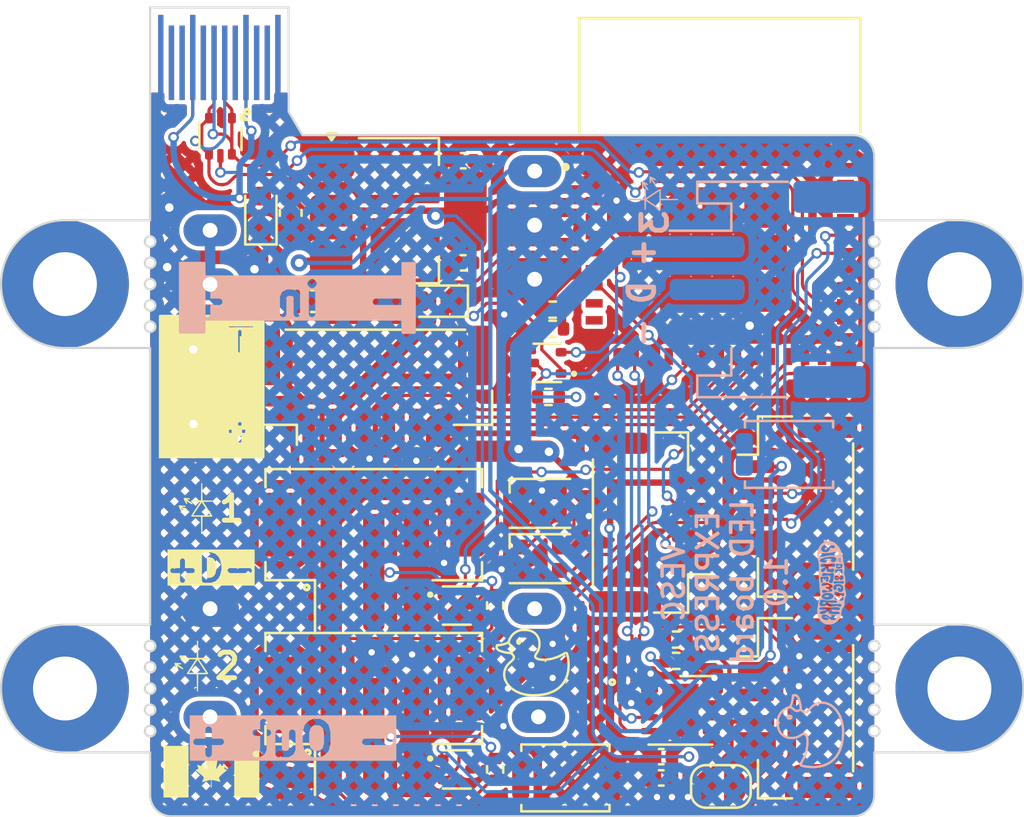
<source format=kicad_pcb>
(kicad_pcb (version 20240108) (generator "pcbnew") (generator_version "8.0")
  (layers (0 "F.Cu" signal) (31 "B.Cu" signal) (34 "B.Paste" user) (35 "F.Paste" user) (36 "B.SilkS" user "B.Silkscreen") (37 "F.SilkS" user "F.Silkscreen") (38 "B.Mask" user) (39 "F.Mask" user) (44 "Edge.Cuts" user))
  (net 0 "")
  (net 1 "+3V3")
  (net 2 "GND")
  (net 3 "+5V")
  (net 4 "RX")
  (net 5 "TX")
  (net 6 "en")
  (net 7 "D-")
  (net 8 "D+")
  (net 9 "CAN_RX")
  (net 10 "CAN_TX")
  (net 12 "!rst")
  (net 13 "led1 5v")
  (net 17 "led2 5v")
  (net 18 "led3 5v")
  (net 20 "led3 3v")
  (net 22 "led1 3v")
  (net 23 "led2 3v")
  (net 24 "IO-5")
  (net 35 "+BATT")
  (net 36 "Net-(D1-A)")
  (net 41 "IO-3")
  (net 42 "IO-4")
  (net 43 "Net-(JP1-B)")
  (net 44 "Net-(D2-A)")
  (net 46 "IO-10")
  (net 47 "IO-7")
  (net 48 "IO-6")
  (net 49 "Net-(D3-DIN)")
  (net 50 "CAN-")
  (net 51 "CAN+")
  (footprint "Resistor_SMD:R_0402_1005Metric" (layer "F.Cu") (at 118.7 78.3 180)
    (property "Reference" "R4" (hide yes))
    (property "Value" "3k3" (hide yes))
  )
  (footprint "LED_SMD:LED_0603_1608Metric" (layer "F.Cu") (at 113.435 73.8 180)
    (property "Reference" "D2" (hide yes))
    (property "Value" "red" (hide yes))
  )
  (footprint "LED_SMD:LED_WS2812B-2020_PLCC4_2.0x2.0mm" (layer "F.Cu") (at 118.3 83.3)
    (property "Reference" "D3" (hide yes))
    (property "Value" "WS2812B-2020" (hide yes))
  )
  (footprint "Jumper:SolderJumper-2_P1.3mm_Open_RoundedPad1.0x1.5mm" (layer "F.Cu") (at 126.8 96.6)
    (property "Reference" "JP1" (hide yes))
    (property "Value" "Jumper_2_Open" (hide yes))
  )
  (footprint "Ethan_parts:ATA6561-GBQW-N" (layer "F.Cu") (at 124.9 93.025)
    (property "Reference" "U2" (hide yes))
    (property "Value" "TCAN1042DRQ1" (hide yes))
  )
  (footprint "Connector_JST:JST_GH_BM04B-GHS-TBT_1x04-1MP_P1.25mm_Vertical" (layer "F.Cu") (at 130.4 83.45 -90)
    (property "Reference" "J1" (hide yes))
    (property "Value" "Conn_01x04" (hide yes))
  )
  (footprint "Resistor_SMD:R_0603_1608Metric" (layer "F.Cu") (at 110.575 73.8)
    (property "Reference" "R5" (hide yes))
    (property "Value" "1k" (hide yes))
  )
  (footprint "Resistor_SMD:R_0402_1005Metric" (layer "F.Cu") (at 116.2 95.8 90)
    (property "Reference" "R3" (hide yes))
    (property "Value" "3k3" (hide yes))
  )
  (footprint "Resistor_SMD:R_0402_1005Metric" (layer "F.Cu") (at 118.9 75.1 180)
    (property "Reference" "R6" (hide yes))
    (property "Value" "10k" (hide yes))
  )
  (footprint "Ethan_parts:solder_power" (layer "F.Cu") (at 102 77.85 90)
    (property "Reference" "J8" (hide yes))
    (property "Value" "Conn_01x02" (hide yes))
  )
  (footprint "LED_SMD:LED_WS2812B-2020_PLCC4_2.0x2.0mm" (layer "F.Cu") (at 118.3 85.9)
    (property "Reference" "D4" (hide yes))
    (property "Value" "WS2812B-2020" (hide yes))
  )
  (footprint "Resistor_SMD:R_0402_1005Metric" (layer "F.Cu") (at 124.7 90.7)
    (property "Reference" "R7" (hide yes))
    (property "Value" "10k" (hide yes))
  )
  (footprint "LOGO" (layer "F.Cu") (at 102.4 83.45 90)
    (property "Reference" "G***" (hide yes))
    (property "Value" "LOGO" (hide yes))
  )
  (footprint "LOGO" (layer "F.Cu") (at 102.875 95.9)
    (property "Reference" "G***" (hide yes))
    (property "Value" "LOGO" (hide yes))
  )
  (footprint "Capacitor_SMD:C_0603_1608Metric" (layer "F.Cu") (at 107.7 73.8 180)
    (property "Reference" "C8" (hide yes))
    (property "Value" "1uF" (hide yes))
  )
  (footprint "Resistor_SMD:R_0402_1005Metric" (layer "F.Cu") (at 118.9 74.2 180)
    (property "Reference" "C1" (hide yes))
    (property "Value" "1uf" (hide yes))
  )
  (footprint "Capacitor_SMD:C_0402_1005Metric" (layer "F.Cu") (at 114.7 72 180)
    (property "Reference" "C10" (hide yes))
    (property "Value" "10uF" (hide yes))
  )
  (footprint "Ethan_parts:ESP32-C3-MINI-1-N4" (layer "F.Cu") (at 126.75 68.8)
    (property "Reference" "U1" (hide yes))
    (property "Value" "ESP32-C3-MINI-1-N4" (hide yes))
  )
  (footprint "Ethan_parts:Cursed_usbc" (layer "F.Cu") (at 103.25 59.9)
    (property "Reference" "J4" (hide yes))
    (property "Value" "USB_C_Receptacle_USB2.0" (hide yes))
  )
  (footprint "Button_Switch_SMD:SW_Push_SPST_NO_Alps_SKRK" (layer "F.Cu") (at 119.5 96.2)
    (property "Reference" "SW1" (hide yes))
    (property "Value" "SW_Push" (hide yes))
  )
  (footprint "Capacitor_SMD:C_0603_1608Metric" (layer "F.Cu") (at 106.6 69.65 -90)
    (property "Reference" "C9" (hide yes))
    (property "Value" "1uF" (hide yes))
  )
  (footprint "Package_TO_SOT_SMD:SOT-223-3_TabPin2" (layer "F.Cu") (at 111.65 69.55)
    (property "Reference" "U5" (hide yes))
    (property "Value" "AMS1117-3.3" (hide yes))
  )
  (footprint "Package_TO_SOT_SMD:SOT-666" (layer "F.Cu") (at 103.3 66.05 -90)
    (property "Reference" "U6" (hide yes))
    (property "Value" "USBLC6-2P6" (hide yes))
  )
  (footprint "Connector_JST:JST_GH_BM04B-GHS-TBT_1x04-1MP_P1.25mm_Vertical" (layer "F.Cu") (at 123.4 84.2 90)
    (property "Reference" "J9" (hide yes))
    (property "Value" "Conn_01x04" (hide yes))
  )
  (footprint "Connector_JST:JST_PH_B3B-PH-SM4-TB_1x03-1MP_P2.00mm_Vertical" (layer "F.Cu") (at 110.5 93.75)
    (property "Reference" "J6" (hide yes))
    (property "Value" "Conn_01x03" (hide yes))
  )
  (footprint "Resistor_SMD:R_0402_1005Metric" (layer "F.Cu") (at 116.2 88.1 90)
    (property "Reference" "R2" (hide yes))
    (property "Value" "3k3" (hide yes))
  )
  (footprint "Connector_JST:JST_PH_B3B-PH-SM4-TB_1x03-1MP_P2.00mm_Vertical" (layer "F.Cu") (at 110.5 86.05)
    (property "Reference" "J5" (hide yes))
    (property "Value" "Conn_01x03" (hide yes))
  )
  (footprint "Package_TO_SOT_SMD:SOT-523" (layer "F.Cu") (at 114.4 95.8)
    (property "Reference" "Q2" (hide yes))
    (property "Value" "NMOS" (hide yes))
  )
  (footprint "Package_TO_SOT_SMD:SOT-523" (layer "F.Cu") (at 114.4 88.1)
    (property "Reference" "Q1" (hide yes))
    (property "Value" "NMOS" (hide yes))
  )
  (footprint "LOGO" (layer "F.Cu") (at 117.96 90.78)
    (property "Reference" "G***" (hide yes))
    (property "Value" "LOGO" (hide yes))
  )
  (footprint "Connector_JST:JST_GH_BM06B-GHS-TBT_1x06-1MP_P1.25mm_Vertical" (layer "F.Cu") (at 110.575 77.75)
    (property "Reference" "J10" (hide yes))
    (property "Value" "Conn_01x06" (hide yes))
  )
  (footprint "Capacitor_SMD:C_0402_1005Metric" (layer "F.Cu") (at 114.7 67.2 180)
    (property "Reference" "C11" (hide yes))
    (property "Value" "100n" (hide yes))
  )
  (footprint "LOGO" (layer "F.Cu") (at 102.2 90.85 90)
    (property "Reference" "G***" (hide yes))
    (property "Value" "LOGO" (hide yes))
  )
  (footprint "Resistor_SMD:R_0402_1005Metric" (layer "F.Cu") (at 124.7 89.7 180)
    (property "Reference" "R1" (hide yes))
    (property "Value" "120r" (hide yes))
  )
  (footprint "Capacitor_SMD:C_0402_1005Metric" (layer "F.Cu") (at 124 95.2 180)
    (property "Reference" "C4" (hide yes))
    (property "Value" "100n" (hide yes))
  )
  (footprint "Connector_JST:JST_GH_BM04B-GHS-TBT_1x04-1MP_P1.25mm_Vertical" (layer "F.Cu") (at 130.4 92.925 -90)
    (property "Reference" "J2" (hide yes))
    (property "Value" "Conn_01x04")
  )
  (footprint "Capacitor_SMD:C_0402_1005Metric" (layer "F.Cu") (at 124 96.2 180)
    (property "Reference" "C3" (hide yes))
    (property "Value" "10uF" (hide yes))
  )
  (footprint "Diode_SMD:D_0603_1608Metric" (layer "F.Cu") (at 105.2 69.65 90)
    (property "Reference" "D1" (hide yes))
    (property "Value" "D_Small" (hide yes))
  )
  (footprint "Package_TO_SOT_SMD:SOT-523" (layer "F.Cu") (at 118.65 76.7 180)
    (property "Reference" "Q3" (hide yes))
    (property "Value" "NMOS" (hide yes))
  )
  (footprint "LOGO" (layer "B.Cu") (at 123.5 69 180)
    (property "Reference" "G***" (hide yes))
    (property "Value" "LOGO" (hide yes))
  )
  (footprint "LOGO" (layer "B.Cu") (at 132 87 -90)
    (property "Reference" "G***" (hide yes))
    (property "Value" "LOGO" (hide yes))
  )
  (footprint "Button_Switch_SMD:SW_Push_SPST_NO_Alps_SKRK" (layer "B.Cu") (at 130 81)
    (property "Reference" "SW2" (hide yes))
    (property "Value" "SW_Push" (hide yes))
  )
  (footprint "LOGO" (layer "B.Cu") (at 130.999601 94.000361 -90)
    (property "Reference" "G***" (hide yes))
    (property "Value" "LOGO" (hide yes))
  )
  (footprint "Ethan_parts:RSDW10-05H" (layer "B.Cu") (at 110.435 80.63 180)
    (property "Reference" "U3" (hide yes))
    (property "Value" "DCDC")
  )
  (footprint "Connector_JST:JST_PH_S3B-PH-SM4-TB_1x03-1MP_P2.00mm_Horizontal" (layer "B.Cu") (at 129 73.25 -90)
    (property "Reference" "J7" (hide yes))
    (property "Value" "Conn_01x03" (hide yes))
  )
  (gr_rect (start 101.425 72.025) (end 102.525 75.25) (stroke (width 0.15)) (fill solid) (layer "B.SilkS"))
  (gr_rect (start 111.875 72.0375) (end 112.4 75.2625) (stroke (width 0.15)) (fill solid) (layer "B.SilkS"))
  (gr_circle (center 104.55 64.9) (end 104.65 64.95) (stroke (width 0.15)) (fill none) (layer "F.SilkS"))
  (gr_circle (center 107.35 87.25) (end 107.45 87.3) (stroke (width 0.15)) (fill none) (layer "F.SilkS"))
  (gr_circle (center 121.7 91.7) (end 121.8 91.75) (stroke (width 0.15)) (fill none) (layer "F.SilkS"))
  (gr_circle (center 107.4 95) (end 107.5 95.05) (stroke (width 0.15)) (fill none) (layer "F.SilkS"))
  (gr_circle (center 100 75) (end 100 74.75) (stroke (width 0.1)) (fill none) (layer "Edge.Cuts"))
  (gr_line (start 133 66) (end 107.15 66) (stroke (width 0.1)) (layer "Edge.Cuts"))
  (gr_line (start 133 98) (end 101 98) (stroke (width 0.1)) (layer "Edge.Cuts"))
  (gr_arc (start 138 89) (mid 141 92) (end 138 95) (stroke (width 0.1)) (layer "Edge.Cuts"))
  (gr_circle (center 134 94) (end 134 94.25) (stroke (width 0.1)) (fill none) (layer "Edge.Cuts"))
  (gr_line (start 100 95) (end 100 97) (stroke (width 0.1)) (layer "Edge.Cuts"))
  (gr_circle (center 100 92) (end 100 91.75) (stroke (width 0.1)) (fill none) (layer "Edge.Cuts"))
  (gr_line (start 106.5 64.9) (end 107.15 66) (stroke (width 0.1)) (layer "Edge.Cuts"))
  (gr_line (start 134 97) (end 134 95) (stroke (width 0.1)) (layer "Edge.Cuts"))
  (gr_line (start 138 76) (end 134 76) (stroke (width 0.1)) (layer "Edge.Cuts"))
  (gr_arc (start 96 76) (mid 93 73) (end 96 70) (stroke (width 0.1)) (layer "Edge.Cuts"))
  (gr_circle (center 100 71) (end 100 70.75) (stroke (width 0.1)) (fill none) (layer "Edge.Cuts"))
  (gr_line (start 134 69) (end 134 70) (stroke (width 0.1)) (layer "Edge.Cuts"))
  (gr_line (start 96 76) (end 100 76) (stroke (width 0.1)) (layer "Edge.Cuts"))
  (gr_line (start 96 89) (end 100 89) (stroke (width 0.1)) (layer "Edge.Cuts"))
  (gr_line (start 138 95) (end 134 95) (stroke (width 0.1)) (layer "Edge.Cuts"))
  (gr_line (start 138 70) (end 134 70) (stroke (width 0.1)) (layer "Edge.Cuts"))
  (gr_circle (center 100 93) (end 100 92.75) (stroke (width 0.1)) (fill none) (layer "Edge.Cuts"))
  (gr_arc (start 134 97) (mid 133.707107 97.707107) (end 133 98) (stroke (width 0.1)) (layer "Edge.Cuts"))
  (gr_circle (center 100 72) (end 100 71.75) (stroke (width 0.1)) (fill none) (layer "Edge.Cuts"))
  (gr_circle (center 134 74) (end 134 74.25) (stroke (width 0.1)) (fill none) (layer "Edge.Cuts"))
  (gr_arc (start 101 98) (mid 100.292893 97.707107) (end 100 97) (stroke (width 0.1)) (layer "Edge.Cuts"))
  (gr_circle (center 134 72) (end 134 72.25) (stroke (width 0.1)) (fill none) (layer "Edge.Cuts"))
  (gr_circle (center 134 73) (end 134 73.25) (stroke (width 0.1)) (fill none) (layer "Edge.Cuts"))
  (gr_arc (start 138 70) (mid 141 73) (end 138 76) (stroke (width 0.1)) (layer "Edge.Cuts"))
  (gr_line (start 138 89) (end 134 89) (stroke (width 0.1)) (layer "Edge.Cuts"))
  (gr_circle (center 100 73) (end 100 72.75) (stroke (width 0.1)) (fill none) (layer "Edge.Cuts"))
  (gr_circle (center 100 91) (end 100 90.75) (stroke (width 0.1)) (fill none) (layer "Edge.Cuts"))
  (gr_arc (start 96 95) (mid 93 92) (end 96 89) (stroke (width 0.1)) (layer "Edge.Cuts"))
  (gr_line (start 100 60) (end 100 70) (stroke (width 0.1)) (layer "Edge.Cuts"))
  (gr_circle (center 134 93) (end 134 93.25) (stroke (width 0.1)) (fill none) (layer "Edge.Cuts"))
  (gr_circle (center 134 91) (end 134 91.25) (stroke (width 0.1)) (fill none) (layer "Edge.Cuts"))
  (gr_line (start 106.5 60) (end 100 60) (stroke (width 0.1)) (layer "Edge.Cuts"))
  (gr_line (start 134 69) (end 134 67) (stroke (width 0.1)) (layer "Edge.Cuts"))
  (gr_line (start 96 95) (end 100 95) (stroke (width 0.1)) (layer "Edge.Cuts"))
  (gr_circle (center 100 90) (end 100 89.75) (stroke (width 0.1)) (fill none) (layer "Edge.Cuts"))
  (gr_circle (center 134 75) (end 134 75.25) (stroke (width 0.1)) (fill none) (layer "Edge.Cuts"))
  (gr_line (start 100 76) (end 100 89) (stroke (width 0.1)) (layer "Edge.Cuts"))
  (gr_circle (center 134 90) (end 134 90.25) (stroke (width 0.1)) (fill none) (layer "Edge.Cuts"))
  (gr_circle (center 134 92) (end 134 92.25) (stroke (width 0.1)) (fill none) (layer "Edge.Cuts"))
  (gr_circle (center 100 74) (end 100 73.75) (stroke (width 0.1)) (fill none) (layer "Edge.Cuts"))
  (gr_line (start 134 76) (end 134 89) (stroke (width 0.1)) (layer "Edge.Cuts"))
  (gr_circle (center 100 94) (end 100 93.75) (stroke (width 0.1)) (fill none) (layer "Edge.Cuts"))
  (gr_line (start 96 70) (end 100 70) (stroke (width 0.1)) (layer "Edge.Cuts"))
  (gr_circle (center 134 71) (end 134 71.25) (stroke (width 0.1)) (fill none) (layer "Edge.Cuts"))
  (gr_arc (start 133 66) (mid 133.707107 66.292893) (end 134 67) (stroke (width 0.1)) (layer "Edge.Cuts"))
  (gr_line (start 106.5 60) (end 106.5 64.9) (stroke (width 0.1)) (layer "Edge.Cuts"))
  (gr_text "3" (at 124.4 69.4 90) (layer "B.SilkS") (effects (font (size 1.2 1.2) (thickness 0.23) (bold yes)) (justify left bottom mirror)))
  (gr_text "- Out +" (at 111.8 95.275 0) (layer "B.SilkS" knockout) (effects (font (size 1.5 1.5) (thickness 0.3) (bold yes)) (justify left bottom mirror)))
  (gr_text "+ D -" (at 123.8 70.75 90) (layer "B.SilkS") (effects (font (size 1.2 1) (thickness 0.23) (bold yes)) (justify left bottom mirror)))
  (gr_text "VESC\nEXPRESS\nLED board\n1.0" (at 124 87 90) (layer "B.SilkS") (effects (font (size 1 1) (thickness 0.17) (bold yes)) (justify top mirror)))
  (gr_text "-  in  +" (at 112.3 74.6 0) (layer "B.SilkS" knockout) (effects (font (size 1.5 1.5) (thickness 0.3) (bold yes)) (justify left bottom mirror)))
  (gr_text "1" (at 103.1 84.25 0) (layer "F.SilkS") (effects (font (size 1.2 1.2) (thickness 0.23) (bold yes)) (justify left bottom)))
  (gr_text "+D-" (at 100.625 87.075 0) (layer "F.SilkS" knockout) (effects (font (size 1.2 1.2) (thickness 0.23) (bold yes)) (justify left bottom)))
  (gr_text "2" (at 102.9 91.65 0) (layer "F.SilkS") (effects (font (size 1.2 1.2) (thickness 0.23) (bold yes)) (justify left bottom)))
  (via (at 96 73) (size 6) (drill 3) (layers "F.Cu" "B.Cu") (net 0))
  (via (at 96 92) (size 6) (drill 3) (layers "F.Cu" "B.Cu") (net 0))
  (via (at 138 92) (size 6) (drill 3) (layers "F.Cu" "B.Cu") (net 0))
  (via (at 138 73) (size 6) (drill 3) (layers "F.Cu" "B.Cu") (net 0))
  (segment (start 115.255 69.095) (end 114.8 69.55) (width 0.25) (layer "F.Cu") (net 1))
  (segment (start 115.18 69.93) (end 114.8 69.55) (width 0.3) (layer "F.Cu") (net 1))
  (segment (start 113.85 87.545) (end 113.905 87.6) (width 0.15) (layer "F.Cu") (net 1))
  (segment (start 115.592893 69.55) (end 114.8 69.55) (width 0.3) (layer "F.Cu") (net 1))
  (segment (start 115.2 74.5) (end 115.8 73.9) (width 0.15) (layer "F.Cu") (net 1))
  (segment (start 125.3 95.2) (end 124.48 95.2) (width 0.15) (layer "F.Cu") (net 1))
  (segment (start 113.4 69.8) (end 113.65 69.55) (width 0.15) (layer "F.Cu") (net 1))
  (segment (start 108.5 69.55) (end 109.95 69.55) (width 0.3) (layer "F.Cu") (net 1))
  (segment (start 125.375 94.225) (end 125.375 94) (width 0.25) (layer "F.Cu") (net 1))
  (segment (start 110.25 69.55) (end 114.8 69.55) (width 0.3) (layer "F.Cu") (net 1))
  (segment (start 116.103553 69.246447) (end 115.946446 69.403554) (width 0.3) (layer "F.Cu") (net 1))
  (segment (start 115.18 69.17) (end 114.8 69.55) (width 0.3) (layer "F.Cu") (net 1))
  (segment (start 119.285 77.21) (end 119.295 77.2) (width 0.15) (layer "F.Cu") (net 1))
  (segment (start 118.307107 75.1) (end 118.39 75.1) (width 0.15) (layer "F.Cu") (net 1))
  (segment (start 117.107107 73.9) (end 118.307107 75.1) (width 0.15) (layer "F.Cu") (net 1))
  (segment (start 114.8 86.4) (end 114.8 87.082526) (width 0.15) (layer "F.Cu") (net 1))
  (segment (start 113.7 95.1325) (end 113.8675 95.3) (width 0.15) (layer "F.Cu") (net 1))
  (segment (start 110 69.55) (end 110.25 69.55) (width 0.3) (layer "F.Cu") (net 1))
  (segment (start 114.282526 87.6) (end 113.855 87.6) (width 0.15) (layer "F.Cu") (net 1))
  (segment (start 109.95 69.55) (end 110 69.55) (width 0.3) (layer "F.Cu") (net 1))
  (segment (start 114.8 87.082526) (end 114.282526 87.6) (width 0.15) (layer "F.Cu") (net 1))
  (segment (start 113.7 94.8) (end 113.7 95.1325) (width 0.15) (layer "F.Cu") (net 1))
  (segment (start 115.8 73.9) (end 117.107107 73.9) (width 0.15) (layer "F.Cu") (net 1))
  (segment (start 125.375 94.35) (end 124.67 95.055) (width 0.25) (layer "F.Cu") (net 1))
  (segment (start 110 73.55) (end 109.75 73.8) (width 0.3) (layer "F.Cu") (net 1))
  (segment (start 119.295 76.988102) (end 119.295 77.2) (width 0.15) (layer "F.Cu") (net 1))
  (segment (start 106.6 68.875) (end 107.275 69.55) (width 0.25) (layer "F.Cu") (net 1))
  (segment (start 115.18 67.2) (end 115.18 69.17) (width 0.3) (layer "F.Cu") (net 1))
  (segment (start 110 69.55) (end 110 73.55) (width 0.3) (layer "F.Cu") (net 1))
  (segment (start 118.39 75.1) (end 118.39 76.083102) (width 0.15) (layer "F.Cu") (net 1))
  (segment (start 120.85 69.1) (end 116.457107 69.1) (width 0.3) (layer "F.Cu") (net 1))
  (segment (start 107.275 69.55) (end 108.5 69.55) (width 0.25) (layer "F.Cu") (net 1))
  (segment (start 119.305 77.21) (end 119.295 77.2) (width 0.15) (layer "F.Cu") (net 1))
  (segment (start 124.72 95.105) (end 124.72 96.2) (width 0.15) (layer "F.Cu") (net 1))
  (segment (start 124.67 95.055) (end 124.67 95.2) (width 0.25) (layer "F.Cu") (net 1))
  (segment (start 113.65 69.55) (end 114.8 69.55) (width 0.15) (layer "F.Cu") (net 1))
  (segment (start 115.18 72) (end 115.18 69.93) (width 0.3) (layer "F.Cu") (net 1))
  (segment (start 118.39 76.083102) (end 119.295 76.988102) (width 0.15) (layer "F.Cu") (net 1))
  (segment (start 125.375 94) (end 125.375 94.35) (width 0.25) (layer "F.Cu") (net 1))
  (segment (start 124.67 95.055) (end 124.72 95.105) (width 0.15) (layer "F.Cu") (net 1))
  (via (at 115.2 74.5) (size 0.5) (drill 0.3) (layers "F.Cu" "B.Cu") (net 1))
  (via (at 113.4 69.8) (size 0.8) (drill 0.4) (layers "F.Cu" "B.Cu") (net 1))
  (via (at 113.7 94.8) (size 0.5) (drill 0.3) (layers "F.Cu" "B.Cu") (net 1))
  (via (at 125.3 95.2) (size 0.5) (drill 0.3) (layers "F.Cu" "B.Cu") (net 1))
  (via (at 114.8 86.4) (size 0.5) (drill 0.3) (layers "F.Cu" "B.Cu") (net 1))
  (arc (start 116.457107 69.1) (mid 116.265765 69.13806) (end 116.103553 69.246447) (width 0.3) (layer "F.Cu") (net 1))
  (arc (start 115.592893 69.55) (mid 115.784234 69.51194) (end 115.946446 69.403554) (width 0.3) (layer "F.Cu") (net 1))
  (segment (start 115.6 74.1) (end 115.6 82.85) (width 0.15) (layer "B.Cu") (net 1))
  (segment (start 114.946447 85.253553) (end 116.475 83.725) (width 0.15) (layer "B.Cu") (net 1))
  (segment (start 115.2 74.5) (end 115.6 74.1) (width 0.15) (layer "B.Cu") (net 1))
  (segment (start 121.3 94.7) (end 121.653553 95.053553) (width 0.15) (layer "B.Cu") (net 1))
  (segment (start 113.7 94.8) (end 115.75 96.85) (width 0.15) (layer "B.Cu") (net 1))
  (segment (start 119.296447 96.703553) (end 121.3 94.7) (width 0.15) (layer "B.Cu") (net 1))
  (segment (start 120.8 88.257107) (end 120.8 93.992893) (width 0.15) (layer "B.Cu") (net 1))
  (segment (start 121.941491 95.198403) (end 125.298403 95.198403) (width 0.15) (layer "B.Cu") (net 1))
  (segment (start 114.8 86.4) (end 114.8 85.607107) (width 0.15) (layer "B.Cu") (net 1))
  (segment (start 125.298403 95.198403) (end 125.3 95.2) (width 0.15) (layer "B.Cu") (net 1))
  (segment (start 114.375 69.8) (end 115.6 71.025) (width 0.15) (layer "B.Cu") (net 1))
  (segment (start 115.6 82.85) (end 116.475 83.725) (width 0.15) (layer "B.Cu") (net 1))
  (segment (start 120.946446 94.346446) (end 121.3 94.7) (width 0.15) (layer "B.Cu") (net 1))
  (segment (start 116.475 83.725) (end 120.653553 87.903553) (width 0.15) (layer "B.Cu") (net 1))
  (segment (start 115.6 71.025) (end 115.6 74.1) (width 0.15) (layer "B.Cu") (net 1))
  (segment (start 115.75 96.85) (end 118.942893 96.85) (width 0.15) (layer "B.Cu") (net 1))
  (segment (start 113.4 69.8) (end 114.375 69.8) (width 0.15) (layer "B.Cu") (net 1))
  (arc (start 118.942893 96.85) (mid 119.134235 96.81194) (end 119.296447 96.703553) (width 0.15) (layer "B.Cu") (net 1))
  (arc (start 120.653553 87.903553) (mid 120.76194 88.065765) (end 120.8 88.257107) (width 0.15) (layer "B.Cu") (net 1))
  (arc (start 120.8 93.992893) (mid 120.83806 94.184234) (end 120.946446 94.346446) (width 0.15) (layer "B.Cu") (net 1))
  (arc (start 121.653553 95.053553) (mid 121.785963 95.148435) (end 121.941491 95.198403) (width 0.15) (layer "B.Cu") (net 1))
  (arc (start 114.946447 85.253553) (mid 114.83806 85.415765) (end 114.8 85.607107) (width 0.15) (layer "B.Cu") (net 1))
  (segment (start 128.15 74.05) (end 128.15 74.95) (width 0.15) (layer "F.Cu") (net 2))
  (segment (start 124.775 69.525) (end 124.775 73.475) (width 0.15) (layer "F.Cu") (net 2))
  (segment (start 124.775 73.475) (end 128.725 73.475) (width 0.15) (layer "F.Cu") (net 2))
  (segment (start 128.725 73.475) (end 128.15 74.05) (width 0.15) (layer "F.Cu") (net 2))
  (segment (start 124.775 69.525) (end 128.725 69.525) (width 0.15) (layer "F.Cu") (net 2))
  (segment (start 124.775 71.5) (end 128.725 71.5) (width 0.15) (layer "F.Cu") (net 2))
  (via (at 121.9 69.075) (size 0.5) (drill 0.3) (layers "F.Cu" "B.Cu") (net 2))
  (via (at 125.14 91.31) (size 0.5) (drill 0.3) (layers "F.Cu" "B.Cu") (net 2))
  (via (at 116.625 74.425) (size 0.5) (drill 0.3) (layers "F.Cu" "B.Cu") (net 2))
  (via (at 123.8 97.1) (size 0.5) (drill 0.3) (layers "F.Cu" "B.Cu") (net 2))
  (via (at 123.5 91.3) (size 0.5) (drill 0.3) (layers "F.Cu" "B.Cu") (net 2))
  (via (at 118.9 91.5) (size 0.5) (drill 0.3) (layers "F.Cu" "B.Cu") (net 2))
  (via (at 116.8 92) (size 0.5) (drill 0.3) (layers "F.Cu" "B.Cu") (net 2))
  (via (at 118.4 82.7) (size 0.5) (drill 0.3) (layers "F.Cu" "B.Cu") (net 2))
  (via (at 125.25 97.1) (size 0.5) (drill 0.3) (layers "F.Cu" "B.Cu") (net 2))
  (via (at 118.9 89.9) (size 0.5) (drill 0.3) (layers "F.Cu" "B.Cu") (net 2))
  (via (at 130.48 90.48) (size 0.5) (drill 0.3) (layers "F.Cu" "B.Cu") (net 2))
  (via (at 110.4 90.3) (size 0.5) (drill 0.3) (layers "F.Cu" "B.Cu") (net 2))
  (via (at 124.5 97.1) (size 0.5) (drill 0.3) (layers "F.Cu" "B.Cu") (net 2))
  (via (at 120.6 83.9) (size 0.5) (drill 0.3) (layers "F.Cu" "B.Cu") (net 2))
  (via (at 128.15 74.95) (size 0.8) (drill 0.4) (layers "F.Cu" "B.Cu") (net 2))
  (via (at 112.3 90.4) (size 0.5) (drill 0.3) (layers "F.Cu" "B.Cu") (net 2))
  (via (at 110.3 81.2) (size 0.5) (drill 0.3) (layers "F.Cu" "B.Cu") (net 2))
  (via (at 116.5 86.4) (size 0.5) (drill 0.3) (layers "F.Cu" "B.Cu") (net 2))
  (via (at 113.8 86.1) (size 0.5) (drill 0.3) (layers "F.Cu" "B.Cu") (net 2))
  (via (at 104.9 72.3) (size 0.8) (drill 0.4) (layers "F.Cu" "B.Cu") (net 2))
  (via (at 122.588191 92.681658) (size 0.5) (drill 0.3) (layers "F.Cu" "B.Cu") (net 2))
  (via (at 117.9 90.9) (size 0.5) (drill 0.3) (layers "F.Cu" "B.Cu") (net 2))
  (via (at 100.8 72.2) (size 0.8) (drill 0.4) (layers "F.Cu" "B.Cu") (net 2))
  (via (at 100.9 69.4) (size 0.8) (drill 0.4) (layers "F.Cu" "B.Cu") (net 2))
  (via (at 112.5 81.3) (size 0.5) (drill 0.3) (layers "F.Cu" "B.Cu") (net 2))
  (via (at 130.46 91.89) (size 0.5) (drill 0.3) (layers "F.Cu" "B.Cu") (net 2))
  (via (at 126.5 91.5) (size 0.5) (drill 0.3) (layers "F.Cu" "B.Cu") (net 2))
  (via (at 116.588947 93.768947) (size 0.5) (drill 0.3) (layers "F.Cu" "B.Cu") (net 2))
  (segment (start 126.45 74.95) (end 126.15 75.25) (width 0.15) (layer "B.Cu") (net 2))
  (segment (start 128.15 74.95) (end 126.45 74.95) (width 0.15) (layer "B.Cu") (net 2))
  (segment (start 108.3 96.2) (end 106.927641 96.2) (width 1) (layer "F.Cu") (net 3))
  (segment (start 106 71.5) (end 106 72.5) (width 0.5) (layer "F.Cu") (net 3))
  (segment (start 108.5 86.55) (end 108.5 84.05) (width 1) (layer "F.Cu") (net 3))
  (segment (start 121.573744 84.473744) (end 121.6 84.447488) (width 0.3) (layer "F.Cu") (net 3))
  (segment (start 119.215 82.75) (end 119.9 83.435) (width 0.15) (layer "F.Cu") (net 3))
  (segment (start 108.553553 85.696447) (end 108.5 85.75) (width 0.3) (layer "F.Cu") (net 3))
  (segment (start 108.5 84.05) (end 109.175 83.375) (width 1) (layer "F.Cu") (net 3))
  (segment (start 104.5 74) (end 104.5 78) (width 0.5) (layer "F.Cu") (net 3))
  (segment (start 104.5 78) (end 105 78.5) (width 0.5) (layer "F.Cu") (net 3))
  (segment (start 119.21 78.3) (end 120 78.3) (width 0.15) (layer "F.Cu") (net 3))
  (segment (start 105.2 70.7) (end 106 71.5) (width 0.5) (layer "F.Cu") (net 3))
  (segment (start 119.9 83.435) (end 119.9 84.665) (width 0.15) (layer "F.Cu") (net 3))
  (segment (start 109.175 83.375) (end 109.9 82.65) (width 1) (layer "F.Cu") (net 3))
  (segment (start 107.45 81.65) (end 109.175 83.375) (width 0.5) (layer "F.Cu") (net 3))
  (segment (start 105 78.5) (end 106.25 78.5) (width 0.5) (layer "F.Cu") (net 3))
  (segment (start 108.5 94.25) (end 108.5 96.292893) (width 0.15) (layer "F.Cu") (net 3))
  (segment (start 105.2 70.4375) (end 105.2 70.7) (width 0.5) (layer "F.Cu") (net 3))
  (segment (start 122.2 82.325) (end 125.35 82.325) (width 0.3) (layer "F.Cu") (net 3))
  (segment (start 119.77588 81.92412) (end 120.075863 82.224104) (width 0.3) (layer "F.Cu") (net 3))
  (segment (start 109.582107 97.375) (end 114.740393 97.375) (width 0.15) (layer "F.Cu") (net 3))
  (segment (start 106 72.5) (end 104.5 74) (width 0.5) (layer "F.Cu") (net 3))
  (segment (start 104.80632 95.32132) (end 102.815 93.33) (width 1) (layer "F.Cu") (net 3))
  (segment (start 121.6 82.325) (end 122.2 82.325) (width 0.3) (layer "F.Cu") (net 3))
  (segment (start 118.7 80.85) (end 118.725 80.875) (width 1) (layer "F.Cu") (net 3))
  (segment (start 108.646447 96.646447) (end 109.228554 97.228554) (width 0.15) (layer "F.Cu") (net 3))
  (segment (start 109.9 82.65) (end 113.25 82.65) (width 1) (layer "F.Cu") (net 3))
  (segment (start 115.55 89.65) (end 108.5 89.65) (width 0.15) (layer "F.Cu") (net 3))
  (segment (start 115.05 80.85) (end 118.7 80.85) (width 1) (layer "F.Cu") (net 3))
  (segment (start 119.215 82.75) (end 119.215 82.485) (width 0.15) (layer "F.Cu") (net 3))
  (segment (start 107.45 80.7) (end 107.45 81.65) (width 0.5) (layer "F.Cu") (net 3))
  (segment (start 119.215 82.485) (end 119.77588 81.92412) (width 0.15) (layer "F.Cu") (net 3))
  (segment (start 118.726759 80.875) (end 119.77588 81.92412) (width 0.3) (layer "F.Cu") (net 3))
  (segment (start 117.25 80.7) (end 117.3 80.75) (width 0.25) (layer "F.Cu") (net 3))
  (segment (start 107.45 79.7) (end 107.45 80.7) (width 0.5) (layer "F.Cu") (net 3))
  (segment (start 122.643413 93.356587) (end 122.6 93.4) (width 0.15) (layer "F.Cu") (net 3))
  (segment (start 115.093947 97.228553) (end 116.0125 96.31) (width 0.15) (layer "F.Cu") (net 3))
  (segment (start 113.25 82.65) (end 115.05 80.85) (width 1) (layer "F.Cu") (net 3))
  (segment (start 108.5 94.25) (end 108.5 89.65) (width 1) (layer "F.Cu") (net 3))
  (segment (start 116.0375 88.6175) (end 116.0375 89.1625) (width 0.15) (layer "F.Cu") (net 3))
  (segment (start 106.25 78.5) (end 107.45 79.7) (width 0.5) (layer "F.Cu") (net 3))
  (segment (start 118.725 80.875) (end 118.726759 80.875) (width 0.3) (layer "F.Cu") (net 3))
  (segment (start 120.382107 82.325) (end 122.2 82.325) (width 0.3) (layer "F.Cu") (net 3))
  (segment (start 121.6 84.447488) (end 121.6 82.325) (width 0.3) (layer "F.Cu") (net 3))
  (segment (start 119.9 84.665) (end 119.215 85.35) (width 0.15) (layer "F.Cu") (net 3))
  (segment (start 108.5 89.65) (end 108.5 85.75) (width 1) (layer "F.Cu") (net 3))
  (segment (start 116.0375 89.1625) (end 115.55 89.65) (width 0.15) (layer "F.Cu") (net 3))
  (segment (start 123.368413 93.356587) (end 122.643413 93.356587) (width 0.15) (layer "F.Cu") (net 3))
  (via (at 121.573744 84.473744) (size 0.5) (drill 0.3) (layers "F.Cu" "B.Cu") (net 3))
  (via (at 122.6 93.4) (size 0.5) (drill 0.3) (layers "F.Cu" "B.Cu") (net 3))
  (via (at 118.725 80.875) (size 0.8) (drill 0.4) (layers "F.Cu" "B.Cu") (net 3))
  (via (at 117.3 80.75) (size 0.8) (drill 0.4) (layers "F.Cu" "B.Cu") (net 3))
  (via (at 120 78.3) (size 0.5) (drill 0.3) (layers "F.Cu" "B.Cu") (net 3))
  (arc (start 114.740393 97.375) (mid 114.931735 97.33694) (end 115.093947 97.228553) (width 0.15) (layer "F.Cu") (net 3))
  (arc (start 120.075863 82.224104) (mid 120.221386 82.298467) (end 120.382107 82.325) (width 0.3) (layer "F.Cu") (net 3))
  (arc (start 108.5 96.292893) (mid 108.53806 96.484235) (end 108.646447 96.646447) (width 0.15) (layer "F.Cu") (net 3))
  (arc (start 108.7 85.342893) (mid 108.66194 85.534235) (end 108.553553 85.696447) (width 0.3) (layer "F.Cu") (net 3))
  (arc (start 104.80632 95.32132) (mid 105.77959 95.971639) (end 106.927641 96.2) (width 1) (layer "F.Cu") (net 3))
  (arc (start 109.582107 97.375) (mid 109.390766 97.33694) (end 109.228554 97.228554) (width 0.15) (layer "F.Cu") (net 3))
  (segment (start 117.4 76.975) (end 117.4 76) (width 1) (layer "B.Cu") (net 3))
  (segment (start 120 78.3) (end 117.4 78.3) (width 0.15) (layer "B.Cu") (net 3))
  (segment (start 120.5 72.9) (end 122.15 71.25) (width 1) (layer "B.Cu") (net 3))
  (segment (start 117.425 80.875) (end 117.3 80.75) (width 1) (layer "B.Cu") (net 3))
  (segment (start 122.271878 93.4) (end 122.6 93.4) (width 0.25) (layer "B.Cu") (net 3))
  (segment (start 121.6 84.5) (end 121.6 92.728122) (width 0.25) (layer "B.Cu") (net 3))
  (segment (start 121.573744 84.473744) (end 121.6 84.5) (width 0.25) (layer "B.Cu") (net 3))
  (segment (start 122.15 71.25) (end 126.15 71.25) (width 1) (layer "B.Cu") (net 3))
  (segment (start 117.4 76) (end 120.5 72.9) (width 1) (layer "B.Cu") (net 3))
  (segment (start 118.725 80.875) (end 117.425 80.875) (width 1) (layer "B.Cu") (net 3))
  (segment (start 122.085939 93.214061) (end 122.271878 93.4) (width 0.25) (layer "B.Cu") (net 3))
  (segment (start 117.4 76.975) (end 117.4 78.3) (width 1) (layer "B.Cu") (net 3))
  (segment (start 121.6 92.728122) (end 122.085939 93.214061) (width 0.25) (layer "B.Cu") (net 3))
  (segment (start 117.4 78.3) (end 117.4 80.75) (width 1) (layer "B.Cu") (net 3))
  (segment (start 130.15 82.85) (end 130.125 82.825) (width 0.15) (layer "F.Cu") (net 4))
  (segment (start 131.3 71.55) (end 132.6 71.55) (width 0.15) (layer "F.Cu") (net 4))
  (segment (start 130.125 82.825) (end 128.45 82.825) (width 0.15) (layer "F.Cu") (net 4))
  (segment (start 132.6 71.55) (end 132.65 71.5) (width 0.15) (layer "F.Cu") (net 4))
  (via (at 130.15 82.85) (size 0.5) (drill 0.3) (layers "F.Cu" "B.Cu") (net 4))
  (via (at 131.3 71.55) (size 0.5) (drill 0.3) (layers "F.Cu" "B.Cu") (net 4))
  (segment (start 129.45 75.307107) (end 129.45 79.492893) (width 0.15) (layer "B.Cu") (net 4))
  (segment (start 130.4 72.657107) (end 130.4 73.942893) (width 0.15) (layer "B.Cu") (net 4))
  (segment (start 130.991422 82.408578) (end 130.608579 82.791421) (width 0.15) (layer "B.Cu") (net 4))
  (segment (start 130.467157 82.85) (end 130.15 82.85) (width 0.15) (layer "B.Cu") (net 4))
  (segment (start 130.253553 74.296447) (end 129.596446 74.953554) (width 0.15) (layer "B.Cu") (net 4))
  (segment (start 131.3 71.55) (end 130.546446 72.303554) (width 0.15) (layer "B.Cu") (net 4))
  (segment (start 129.596447 79.846447) (end 130.991421 81.241421) (width 0.15) (layer "B.Cu") (net 4))
  (segment (start 131.05 81.382843) (end 131.05 82.267157) (width 0.15) (layer "B.Cu") (net 4))
  (arc (start 130.991421 81.241421) (mid 131.034776 81.306306) (end 131.05 81.382843) (width 0.15) (layer "B.Cu") (net 4))
  (arc (start 130.546446 72.303554) (mid 130.43806 72.465766) (end 130.4 72.657107) (width 0.15) (layer "B.Cu") (net 4))
  (arc (start 130.4 73.942893) (mid 130.36194 74.134235) (end 130.253553 74.296447) (width 0.15) (layer "B.Cu") (net 4))
  (arc (start 129.596446 74.953554) (mid 129.48806 75.115766) (end 129.45 75.307107) (width 0.15) (layer "B.Cu") (net 4))
  (arc (start 129.45 79.492893) (mid 129.48806 79.684235) (end 129.596447 79.846447) (width 0.15) (layer "B.Cu") (net 4))
  (arc (start 130.608579 82.791421) (mid 130.543694 82.834776) (end 130.467157 82.85) (width 0.15) (layer "B.Cu") (net 4))
  (arc (start 131.05 82.267157) (mid 131.034776 82.343693) (end 130.991422 82.408578) (width 0.15) (layer "B.Cu") (net 4))
  (segment (start 132.65 70.7) (end 131.75 70.7) (width 0.15) (layer "F.Cu") (net 5))
  (segment (start 128.45 84.075) (end 128.475 84.05) (width 0.15) (layer "F.Cu") (net 5))
  (segment (start 128.475 84.05) (end 129.9 84.05) (width 0.15) (layer "F.Cu") (net 5))
  (segment (start 131.75 70.7) (end 131.7 70.75) (width 0.15) (layer "F.Cu") (net 5))
  (segment (start 129.9 84.05) (end 130.1 84.25) (width 0.15) (layer "F.Cu") (net 5))
  (via (at 131.7 70.75) (size 0.5) (drill 0.3) (layers "F.Cu" "B.Cu") (net 5))
  (via (at 130.1 84.25) (size 0.5) (drill 0.3) (layers "F.Cu" "B.Cu") (net 5))
  (segment (start 131.678554 71.971446) (end 130.946447 72.703553) (width 0.15) (layer "B.Cu") (net 5))
  (segment (start 129.946447 79.701473) (end 131.341422 81.096448) (width 0.15) (layer "B.Cu") (net 5))
  (segment (start 131.7 70.75) (end 131.7 71.05) (width 0.15) (layer "B.Cu") (net 5))
  (segment (start 130.653554 74.496446) (end 129.946446 75.203554) (width 0.15) (layer "B.Cu") (net 5))
  (segment (start 129.8 75.557107) (end 129.8 79.347919) (width 0.15) (layer "B.Cu") (net 5))
  (segment (start 131.825 71.175) (end 131.825 71.617893) (width 0.15) (layer "B.Cu") (net 5))
  (segment (start 131.341421 83.008579) (end 130.1 84.25) (width 0.15) (layer "B.Cu") (net 5))
  (segment (start 131.4 81.237869) (end 131.4 82.867157) (width 0.15) (layer "B.Cu") (net 5))
  (segment (start 130.8 73.057107) (end 130.8 74.142893) (width 0.15) (layer "B.Cu") (net 5))
  (segment (start 131.7 71.05) (end 131.825 71.175) (width 0.15) (layer "B.Cu") (net 5))
  (arc (start 130.946447 72.703553) (mid 130.83806 72.865765) (end 130.8 73.057107) (width 0.15) (layer "B.Cu") (net 5))
  (arc (start 131.825 71.617893) (mid 131.78694 71.809234) (end 131.678554 71.971446) (width 0.15) (layer "B.Cu") (net 5))
  (arc (start 131.341422 81.096448) (mid 131.384776 81.161333) (end 131.4 81.237869) (width 0.15) (layer "B.Cu") (net 5))
  (arc (start 129.8 75.557107) (mid 129.83806 75.365766) (end 129.946446 75.203554) (width 0.15) (layer "B.Cu") (net 5))
  (arc (start 129.8 79.347919) (mid 129.83806 79.539261) (end 129.946447 79.701473) (width 0.15) (layer "B.Cu") (net 5))
  (arc (start 130.8 74.142893) (mid 130.76194 74.334234) (end 130.653554 74.496446) (width 0.15) (layer "B.Cu") (net 5))
  (arc (start 131.4 82.867157) (mid 131.384776 82.943694) (end 131.341421 83.008579) (width 0.15) (layer "B.Cu") (net 5))
  (segment (start 107.091421 71.908579) (end 107 72) (width 0.2) (layer "F.Cu") (net 6))
  (segment (start 108.475 71.875) (end 108.5 71.85) (width 0.15) (layer "F.Cu") (net 6))
  (segment (start 108.25 71.45) (end 108.35 71.55) (width 0.25) (layer "F.Cu") (net 6))
  (segment (start 128.45 81.575) (end 129.625 81.575) (width 0.2) (layer "F.Cu") (net 6))
  (segment (start 108.35 71.55) (end 108.35 71.692893) (width 0.3) (layer "F.Cu") (net 6))
  (segment (start 128.475 81.6) (end 128.45 81.575) (width 0.25) (layer "F.Cu") (net 6))
  (segment (start 123.782843 90.7) (end 124.19 90.7) (width 0.15) (layer "F.Cu") (net 6))
  (segment (start 108.475 73.8) (end 108.475 71.875) (width 0.15) (layer "F.Cu") (net 6))
  (segment (start 129.625 81.575) (end 129.65 81.55) (width 0.25) (layer "F.Cu") (net 6))
  (segment (start 129.063019 90.436981) (end 128.45 91.05) (width 0.2) (layer "F.Cu") (net 6))
  (segment (start 108.5 71.85) (end 107.232843 71.85) (width 0.2) (layer "F.Cu") (net 6))
  (segment (start 128.553553 81.471447) (end 128.45 81.575) (width 0.25) (layer "F.Cu") (net 6))
  (segment (start 129.13 90.436981) (end 129.063019 90.436981) (width 0.2) (layer "F.Cu") (net 6))
  (segment (start 123.5 90.5) (end 123.641422 90.641422) (width 0.15) (layer "F.Cu") (net 6))
  (via (at 123.5 90.5) (size 0.5) (drill 0.3) (layers "F.Cu" "B.Cu") (net 6))
  (via (at 129.65 81.55) (size 0.5) (drill 0.3) (layers "F.Cu" "B.Cu") (net 6))
  (via (at 129.13 90.436981) (size 0.5) (drill 0.3) (layers "F.Cu" "B.Cu") (net 6))
  (via (at 107 72) (size 0.8) (drill 0.4) (layers "F.Cu" "B.Cu") (net 6))
  (arc (start 123.782843 90.7) (mid 123.706307 90.684776) (end 123.641422 90.641422) (width 0.15) (layer "F.Cu") (net 6))
  (arc (start 107.091421 71.908579) (mid 107.156306 71.865224) (end 107.232843 71.85) (width 0.2) (layer "F.Cu") (net 6))
  (segment (start 129.13 82.07) (end 129.65 81.55) (width 0.2) (layer "B.Cu") (net 6))
  (segment (start 125.578768 91.678768) (end 125.247537 92.01) (width 0.2) (layer "B.Cu") (net 6))
  (segment (start 115.975 69.6) (end 115.975 72.2) (width 0.2) (layer "B.Cu") (net 6))
  (segment (start 115.975 69.6) (end 115.975 68.525) (width 0.2) (layer "B.Cu") (net 6))
  (segment (start 115.946723 69) (end 115.975 69.028277) (width 0.2) (layer "B.Cu") (net 6))
  (segment (start 116.751421 67.748579) (end 116.15 68.35) (width 0.2) (layer "B.Cu") (net 6))
  (segment (start 112.441421 69.058579) (end 109.558578 71.941422) (width 0.2) (layer "B.Cu") (net 6))
  (segment (start 115.975 68.525) (end 116.15 68.35) (width 0.2) (layer "B.Cu") (net 6))
  (segment (start 125.096586 92.118768) (end 125.138768 92.118768) (width 0.2) (layer "B.Cu") (net 6))
  (segment (start 129.13 90.436981) (end 129.13 82.07) (width 0.2) (layer "B.Cu") (net 6))
  (segment (start 109.417157 72) (end 107 72) (width 0.2) (layer "B.Cu") (net 6))
  (segment (start 123.5 90.522182) (end 123.5 90.5) (width 0.2) (layer "B.Cu") (net 6))
  (segment (start 124.633909 91.656091) (end 125.096586 92.118768) (width 0.2) (layer "B.Cu") (net 6))
  (segment (start 124.633909 91.656091) (end 123.5 90.522182) (width 0.2) (layer "B.Cu") (net 6))
  (segment (start 118.055 67.69) (end 116.892843 67.69) (width 0.2) (layer "B.Cu") (net 6))
  (segment (start 123.257536 94) (end 125.138768 92.118768) (width 0.2) (layer "B.Cu") (net 6))
  (segment (start 122.1 94) (end 123.257536 94) (width 0.2) (layer "B.Cu") (net 6))
  (segment (start 116.15 68.35) (end 116.061855 68.438145) (width 0.2) (layer "B.Cu") (net 6))
  (segment (start 121.175 87.89467) (end 115.975 82.69467) (width 0.2) (layer "B.Cu") (net 6))
  (segment (start 126.223958 91.033579) (end 125.578768 91.678768) (width 0.2) (layer "B.Cu") (net 6))
  (segment (start 128.509139 90.975) (end 126.36538 90.975) (width 0.2) (layer "B.Cu") (net 6))
  (segment (start 125.138768 92.118768) (end 125.578768 91.678768) (width 0.2) (layer "B.Cu") (net 6))
  (segment (start 115.975 69.028277) (end 115.975 69.6) (width 0.2) (layer "B.Cu") (net 6))
  (segment (start 112.582843 69) (end 115.946723 69) (width 0.2) (layer "B.Cu") (net 6))
  (segment (start 129.13 90.436981) (end 128.650561 90.916421) (width 0.2) (layer "B.Cu") (net 6))
  (segment (start 122.1 94) (end 121.175 93.075) (width 0.2) (layer "B.Cu") (net 6))
  (segment (start 121.175 93.075) (end 121.175 87.89467) (width 0.2) (layer "B.Cu") (net 6))
  (segment (start 115.975 82.69467) (end 115.975 72.2) (width 0.2) (layer "B.Cu") (net 6))
  (arc (start 116.892843 67.69) (mid 116.816306 67.705224) (end 116.751421 67.748579) (width 0.2) (layer "B.Cu") (net 6))
  (arc (start 128.509139 90.975) (mid 128.585676 90.959776) (end 128.650561 90.916421) (width 0.2) (layer "B.Cu") (net 6))
  (arc (start 109.417157 72) (mid 109.493693 71.984776) (end 109.558578 71.941422) (width 0.2) (layer "B.Cu") (net 6))
  (arc (start 112.441421 69.058579) (mid 112.506306 69.015224) (end 112.582843 69) (width 0.2) (layer "B.Cu") (net 6))
  (arc (start 126.36538 90.975) (mid 126.288843 90.990224) (end 126.223958 91.033579) (width 0.2) (layer "B.Cu") (net 6))
  (segment (start 104.282107 67.85) (end 106.042893 67.85) (width 0.15) (layer "F.Cu") (net 7))
  (segment (start 103.339644 68.325) (end 103.392893 68.325) (width 0.15) (layer "F.Cu") (net 7))
  (segment (start 102.7625 66.9) (end 102.7625 67.747856) (width 0.15) (layer "F.Cu") (net 7))
  (segment (start 102.125 66.275) (end 102.1375 66.275) (width 0.15) (layer "F.Cu") (net 7))
  (segment (start 102.7625 66.8675) (end 102.425 66.53) (width 0.15) (layer "F.Cu") (net 7))
  (segment (start 102.1375 66.275) (end 102.7625 66.9) (width 0.15) (layer "F.Cu") (net 7))
  (segment (start 129.953247 68.321447) (end 130.028554 68.396754) (width 0.15) (layer "F.Cu") (net 7))
  (segment (start 131.738907 74.7) (end 132.65 74.7) (width 0.15) (layer "F.Cu") (net 7))
  (segment (start 130.175 68.750307) (end 130.175 73.136093) (width 0.15) (layer "F.Cu") (net 7))
  (segment (start 130.321447 73.489647) (end 131.385354 74.553554) (width 0.15) (layer "F.Cu") (net 7))
  (segment (start 106.396447 67.703553) (end 106.9 67.2) (width 0.15) (layer "F.Cu") (net 7))
  (segment (start 123.513074 68.175) (end 129.599693 68.175) (width 0.15) (layer "F.Cu") (net 7))
  (segment (start 102.941421 64.608579) (end 102.821078 64.728922) (width 0.15) (layer "F.Cu") (net 7))
  (segment (start 102.7625 66.9) (end 102.7625 66.8675) (width 0.15) (layer "F.Cu") (net 7))
  (segment (start 102.908947 68.10141) (end 102.986091 68.178554) (width 0.15) (layer "F.Cu") (net 7))
  (segment (start 102.425 66.53) (end 102.425 65.5375) (width 0.15) (layer "F.Cu") (net 7))
  (segment (start 103.746447 68.178553) (end 103.928554 67.996446) (width 0.15) (layer "F.Cu") (net 7))
  (segment (start 122.780967 68.7) (end 123.159521 68.321446) (width 0.15) (layer "F.Cu") (net 7))
  (segment (start 102.425 65.5375) (end 102.7625 65.2) (width 0.15) (layer "F.Cu") (net 7))
  (segment (start 102.7625 64.870343) (end 102.7625 65.2) (width 0.15) (layer "F.Cu") (net 7))
  (segment (start 103 62.6) (end 103 64.467157) (width 0.15) (layer "F.Cu") (net 7))
  (via (at 102.125 66.275) (size 0.5) (drill 0.3) (layers "F.Cu" "B.Cu") (net 7))
  (via (at 106.9 67.2) (size 0.5) (drill 0.3) (layers "F.Cu" "B.Cu") (net 7))
  (via (at 122.780967 68.7) (size 0.5) (drill 0.3) (layers "F.Cu" "B.Cu") (net 7))
  (arc (start 103.392893 68.325) (mid 103.584235 68.28694) (end 103.746447 68.178553) (width 0.15) (layer "F.Cu") (net 7))
  (arc (start 102.986091 68.178554) (mid 103.148303 68.28694) (end 103.339644 68.325) (width 0.15) (layer "F.Cu") (net 7))
  (arc (start 129.599693 68.175) (mid 129.791035 68.21306) (end 129.953247 68.321447) (width 0.15) (layer "F.Cu") (net 7))
  (arc (start 106.042893 67.85) (mid 106.234235 67.81194) (end 106.396447 67.703553) (width 0.15) (layer "F.Cu") (net 7))
  (arc (start 102.7625 64.870343) (mid 102.777724 64.793807) (end 102.821078 64.728922) (width 0.15) (layer "F.Cu") (net 7))
  (arc (start 103 64.467157) (mid 102.984776 64.543694) (end 102.941421 64.608579) (width 0.15) (layer "F.Cu") (net 7))
  (arc (start 123.159521 68.321446) (mid 123.321733 68.21306) (end 123.513074 68.175) (width 0.15) (layer "F.Cu") (net 7))
  (arc (start 131.385354 74.553554) (mid 131.547566 74.66194) (end 131.738907 74.7) (width 0.15) (layer "F.Cu") (net 7))
  (arc (start 130.175 73.136093) (mid 130.21306 73.327435) (end 130.321447 73.489647) (width 0.15) (layer "F.Cu") (net 7))
  (arc (start 102.7625 67.747856) (mid 102.80056 67.939198) (end 102.908947 68.10141) (width 0.15) (layer "F.Cu") (net 7))
  (arc (start 103.928554 67.996446) (mid 104.090766 67.88806) (end 104.282107 67.85) (width 0.15) (layer "F.Cu") (net 7))
  (arc (start 130.028554 68.396754) (mid 130.13694 68.558966) (end 130.175 68.750307) (width 0.15) (layer "F.Cu") (net 7))
  (segment (start 120.943249 66.811447) (end 122.780967 68.649166) (width 0.15) (layer "B.Cu") (net 7))
  (segment (start 103.5 65.935356) (end 103.5 62.6) (width 0.15) (layer "B.Cu") (net 7))
  (segment (start 106.9 67.2) (end 107.288554 66.811446) (width 0.15) (layer "B.Cu") (net 7))
  (segment (start 102.707107 66.65) (end 102.785356 66.65) (width 0.15) (layer "B.Cu") (net 7))
  (segment (start 107.642107 66.665) (end 120.589695 66.665) (width 0.15) (layer "B.Cu") (net 7))
  (segment (start 122.780967 68.649166) (end 122.780967 68.7) (width 0.15) (layer "B.Cu") (net 7))
  (segment (start 103.13891 66.503553) (end 103.353554 66.288909) (width 0.15) (layer "B.Cu") (net 7))
  (segment (start 102.125 66.275) (end 102.353554 66.503554) (width 0.15) (layer "B.Cu") (net 7))
  (arc (start 103.353554 66.288909) (mid 103.46194 66.126697) (end 103.5 65.935356) (width 0.15) (layer "B.Cu") (net 7))
  (arc (start 120.589695 66.665) (mid 120.781037 66.70306) (end 120.943249 66.811447) (width 0.15) (layer "B.Cu") (net 7))
  (arc (start 102.785356 66.65) (mid 102.976698 66.61194) (end 103.13891 66.503553) (width 0.15) (layer "B.Cu") (net 7))
  (arc (start 102.707107 66.65) (mid 102.515766 66.61194) (end 102.353554 66.503554) (width 0.15) (layer "B.Cu") (net 7))
  (arc (start 107.288554 66.811446) (mid 107.450766 66.70306) (end 107.642107 66.665) (width 0.15) (layer "B.Cu") (net 7))
  (segment (start 104.582107 67.425) (end 105.467893 67.425) (width 0.15) (layer "F.Cu") (net 8))
  (segment (start 122.975 67.725) (end 122.95 67.75) (width 0.15) (layer "F.Cu") (net 8))
  (segment (start 132.65 73.9) (end 131.575307 73.9) (width 0.15) (layer "F.Cu") (net 8))
  (segment (start 103.8375 65.2) (end 103.8375 64.870343) (width 0.15) (layer "F.Cu") (net 8))
  (segment (start 103.8375 66.494607) (end 103.8375 66.9) (width 0.15) (layer "F.Cu") (net 8))
  (segment (start 130.625 72.949693) (end 130.625 68.563907) (width 0.15) (layer "F.Cu") (net 8))
  (segment (start 102.95 65.95) (end 103.292893 65.95) (width 0.15) (layer "F.Cu") (net 8))
  (segment (start 103.778921 64.728921) (end 103.558578 64.508578) (width 0.15) (layer "F.Cu") (net 8))
  (segment (start 130.478553 68.210353) (end 130.139646 67.871446) (width 0.15) (layer "F.Cu") (net 8))
  (segment (start 103.646447 66.096447) (end 103.691054 66.141054) (width 0.15) (layer "F.Cu") (net 8))
  (segment (start 103.85 66.9) (end 104.228554 67.278554) (width 0.15) (layer "F.Cu") (net 8))
  (segment (start 103.5 64.367157) (end 103.5 62.6) (width 0.15) (layer "F.Cu") (net 8))
  (segment (start 129.786093 67.725) (end 122.975 67.725) (width 0.15) (layer "F.Cu") (net 8))
  (segment (start 103.8375 66.9) (end 103.8375 65.2) (width 0.15) (layer "F.Cu") (net 8))
  (segment (start 105.821447 67.278553) (end 106.6 66.5) (width 0.15) (layer "F.Cu") (net 8))
  (segment (start 131.221754 73.753554) (end 130.771446 73.303246) (width 0.15) (layer "F.Cu") (net 8))
  (segment (start 103.8375 66.9) (end 103.85 66.9) (width 0.15) (layer "F.Cu") (net 8))
  (via (at 122.95 67.75) (size 0.5) (drill 0.3) (layers "F.Cu" "B.Cu") (net 8))
  (via (at 102.95 65.95) (size 0.5) (drill 0.3) (layers "F.Cu" "B.Cu") (net 8))
  (via (at 106.6 66.5) (size 0.5) (drill 0.3) (layers "F.Cu" "B.Cu") (net 8))
  (arc (start 131.575307 73.9) (mid 131.383966 73.86194) (end 131.221754 73.753554) (width 0.15) (layer "F.Cu") (net 8))
  (arc (start 130.139646 67.871446) (mid 129.977434 67.76306) (end 129.786093 67.725) (width 0.15) (layer "F.Cu") (net 8))
  (arc (start 103.8375 64.870343) (mid 103.822276 64.793806) (end 103.778921 64.728921) (width 0.15) (layer "F.Cu") (net 8))
  (arc (start 103.691054 66.141054) (mid 103.79944 66.303266) (end 103.8375 66.494607) (width 0.15) (layer "F.Cu") (net 8))
  (arc (start 103.646447 66.096447) (mid 103.484235 65.98806) (end 103.292893 65.95) (width 0.15) (layer "F.Cu") (net 8))
  (arc (start 104.228554 67.278554) (mid 104.390766 67.38694) (end 104.582107 67.425) (width 0.15) (layer "F.Cu") (net 8))
  (arc (start 130.625 68.563907) (mid 130.58694 68.372565) (end 130.478553 68.210353) (width 0.15) (layer "F.Cu") (net 8))
  (arc (start 103.5 64.367157) (mid 103.515224 64.443693) (end 103.558578 64.508578) (width 0.15) (layer "F.Cu") (net 8))
  (arc (start 105.467893 67.425) (mid 105.659235 67.38694) (end 105.821447 67.278553) (width 0.15) (layer "F.Cu") (net 8))
  (arc (start 130.771446 73.303246) (mid 130.66306 73.141034) (end 130.625 72.949693) (width 0.15) (layer "F.Cu") (net 8))
  (segment (start 106.6 66.5) (end 106.638554 66.461446) (width 0.15) (layer "B.Cu") (net 8))
  (segment (start 121.229647 66.461447) (end 122.371754 67.603554) (width 0.15) (layer "B.Cu") (net 8))
  (segment (start 122.725307 67.75) (end 122.95 67.75) (width 0.15) (layer "B.Cu") (net 8))
  (segment (start 106.992107 66.315) (end 120.876093 66.315) (width 0.15) (layer "B.Cu") (net 8))
  (segment (start 103 62.6) (end 103 65.95) (width 0.15) (layer "B.Cu") (net 8))
  (arc (start 120.876093 66.315) (mid 121.067435 66.35306) (end 121.229647 66.461447) (width 0.15) (layer "B.Cu") (net 8))
  (arc (start 106.992107 66.315) (mid 106.800766 66.35306) (end 106.638554 66.461446) (width 0.15) (layer "B.Cu") (net 8))
  (arc (start 122.371754 67.603554) (mid 122.533966 67.71194) (end 122.725307 67.75) (width 0.15) (layer "B.Cu") (net 8))
  (segment (start 122.625 89.525) (end 122.625 91.838191) (width 0.15) (layer "F.Cu") (net 9))
  (segment (start 122.4 89.3) (end 122.625 89.525) (width 0.15) (layer "F.Cu") (net 9))
  (segment (start 122.524264 94) (end 123.45 94) (width 0.15) (layer "F.Cu") (net 9))
  (segment (start 122.151059 93.751059) (end 122.312132 93.912132) (width 0.15) (layer "F.Cu") (net 9))
  (segment (start 121.95 77.3) (end 121.95 76.4) (width 0.15) (layer "F.Cu") (net 9))
  (segment (start 122.625 91.838191) (end 122.063191 92.4) (width 0.15) (layer "F.Cu") (net 9))
  (segment (start 122.063191 92.4) (end 122.063191 93.538927) (width 0.15) (layer "F.Cu") (net 9))
  (via (at 121.95 77.3) (size 0.5) (drill 0.3) (layers "F.Cu" "B.Cu") (net 9))
  (via (at 122.4 89.3) (size 0.5) (drill 0.3) (layers "F.Cu" "B.Cu") (net 9))
  (arc (start 122.063191 93.538927) (mid 122.086027 93.653732) (end 122.151059 93.751059) (width 0.15) (layer "F.Cu") (net 9))
  (arc (start 122.312132 93.912132) (mid 122.409459 93.977164) (end 122.524264 94) (width 0.15) (layer "F.Cu") (net 9))
  (segment (start 122.4 89.3) (end 122.600784 89.099216) (width 0.15) (layer "B.Cu") (net 9))
  (segment (start 121.8 77.45) (end 121.95 77.3) (width 0.15) (layer "B.Cu") (net 9))
  (segment (start 122.600784 89.099216) (end 122.600784 77.950784) (width 0.15) (layer "B.Cu") (net 9))
  (segment (start 122.600784 77.950784) (end 121.95 77.3) (width 0.15) (layer "B.Cu") (net 9))
  (segment (start 122.75 76.4) (end 122.75 77.3) (width 0.15) (layer "F.Cu") (net 10))
  (segment (start 122.975 89.525) (end 122.975 91.575) (width 0.15) (layer "F.Cu") (net 10))
  (segment (start 123.2 89.3) (end 122.975 89.525) (width 0.15) (layer "F.Cu") (net 10))
  (segment (start 122.975 91.575) (end 123.45 92.05) (width 0.15) (layer "F.Cu") (net 10))
  (segment (start 123.3 89.3) (end 123.2 89.3) (width 0.15) (layer "F.Cu") (net 10))
  (via (at 122.75 77.3) (size 0.5) (drill 0.3) (layers "F.Cu" "B.Cu") (net 10))
  (via (at 123.2 89.3) (size 0.5) (drill 0.3) (layers "F.Cu" "B.Cu") (net 10))
  (segment (start 123.1 89.2) (end 123.1 84.398432) (width 0.15) (layer "B.Cu") (net 10))
  (segment (start 123.1 84.398432) (end 122.950784 84.249216) (width 0.15) (layer "B.Cu") (net 10))
  (segment (start 123.2 89.3) (end 123.1 89.2) (width 0.15) (layer "B.Cu") (net 10))
  (segment (start 122.950784 84.249216) (end 122.950784 77.500784) (width 0.15) (layer "B.Cu") (net 10))
  (segment (start 122.950784 77.500784) (end 122.75 77.3) (width 0.15) (layer "B.Cu") (net 10))
  (segment (start 119.41 75.1) (end 119.41 74.2) (width 0.25) (layer "F.Cu") (net 12))
  (segment (start 121.1 73.1) (end 120.85 73.1) (width 0.15) (layer "F.Cu") (net 12))
  (segment (start 119.41 74.2) (end 119.41 73.64) (width 0.25) (layer "F.Cu") (net 12))
  (segment (start 119.95 73.1) (end 120.85 73.1) (width 0.25) (layer "F.Cu") (net 12))
  (segment (start 119.41 73.64) (end 119.95 73.1) (width 0.25) (layer "F.Cu") (net 12))
  (segment (start 123.397487 75.397487) (end 121.1 73.1) (width 0.15) (layer "F.Cu") (net 12))
  (via (at 123.397487 75.397487) (size 0.5) (drill 0.3) (layers "F.Cu" "B.Cu") (net 12))
  (segment (start 125.4 78.5) (end 125.4 77.4) (width 0.15) (layer "B.Cu") (net 12))
  (segment (start 125.45 78.55) (end 125.4 78.5) (width 0.15) (layer "B.Cu") (net 12))
  (segment (start 125 77) (end 123.397487 75.397487) (width 0.15) (layer "B.Cu") (net 12))
  (segment (start 125.4 77.4) (end 125 77) (width 0.15) (layer "B.Cu") (net 12))
  (segment (start 127.9 81) (end 125.45 78.55) (width 0.15) (layer "B.Cu") (net 12))
  (segment (start 116.035 87.6) (end 116.0375 87.5975) (width 0.15) (layer "F.Cu") (net 13))
  (segment (start 116.0375 86.9625) (end 116.0375 87.5975) (width 0.15) (layer "F.Cu") (net 13))
  (segment (start 116.0375 87.5975) (end 115.6475 87.5975) (width 0.15) (layer "F.Cu") (net 13))
  (segment (start 110.5 86.55) (end 111.25 86.55) (width 0.15) (layer "F.Cu") (net 13))
  (segment (start 116.05 86.95) (end 116.0375 86.9625) (width 0.15) (layer "F.Cu") (net 13))
  (segment (start 115.6475 87.5975) (end 115.145 88.1) (width 0.15) (layer "F.Cu") (net 13))
  (via (at 111.25 86.55) (size 0.5) (drill 0.3) (layers "F.Cu" "B.Cu") (net 13))
  (via (at 116.05 86.95) (size 0.5) (drill 0.3) (layers "F.Cu" "B.Cu") (net 13))
  (segment (start 113.85 86.95) (end 116.05 86.95) (width 0.15) (layer "B.Cu") (net 13))
  (segment (start 113.38934 86.696447) (end 113.496447 86.803554) (width 0.15) (layer "B.Cu") (net 13))
  (segment (start 111.25 86.55) (end 113.035786 86.55) (width 0.15) (layer "B.Cu") (net 13))
  (arc (start 113.38934 86.696447) (mid 113.227128 86.58806) (end 113.035786 86.55) (width 0.15) (layer "B.Cu") (net 13))
  (arc (start 113.85 86.95) (mid 113.658659 86.91194) (end 113.496447 86.803554) (width 0.15) (layer "B.Cu") (net 13))
  (segment (start 116.0025 95.3) (end 116.0125 95.29) (width 0.15) (layer "F.Cu") (net 17))
  (segment (start 116.0125 94.7625) (end 116.0125 95.29) (width 0.15) (layer "F.Cu") (net 17))
  (segment (start 115.1575 95.6425) (end 115.51 95.29) (width 0.15) (layer "F.Cu") (net 17))
  (segment (start 115.51 95.29) (end 116.0125 95.29) (width 0.15) (layer "F.Cu") (net 17))
  (segment (start 116 94.75) (end 116.0125 94.7625) (width 0.15) (layer "F.Cu") (net 17))
  (segment (start 110.5 94.25) (end 111.3 94.25) (width 0.15) (layer "F.Cu") (net 17))
  (segment (start 115.1575 95.8) (end 115.1575 95.6425) (width 0.15) (layer "F.Cu") (net 17))
  (via (at 111.3 94.25) (size 0.5) (drill 0.3) (layers "F.Cu" "B.Cu") (net 17))
  (via (at 116 94.75) (size 0.5) (drill 0.3) (layers "F.Cu" "B.Cu") (net 17))
  (segment (start 111.3 94.25) (end 115.292893 94.25) (width 0.15) (layer "B.Cu") (net 17))
  (segment (start 115.646447 94.396447) (end 116 94.75) (width 0.15) (layer "B.Cu") (net 17))
  (arc (start 115.646447 94.396447) (mid 115.484235 94.28806) (end 115.292893 94.25) (width 0.15) (layer "B.Cu") (net 17))
  (segment (start 118.19 77.6) (end 118.59 77.2) (width 0.15) (layer "F.Cu") (net 18))
  (segment (start 118.005 76.7) (end 118.09 76.7) (width 0.15) (layer "F.Cu") (net 18))
  (segment (start 118.09 76.7) (end 118.59 77.2) (width 0.15) (layer "F.Cu") (net 18))
  (segment (start 118.19 78.3) (end 118.19 77.6) (width 0.15) (layer "F.Cu") (net 18))
  (via (at 118.59 77.2) (size 0.5) (drill 0.3) (layers "F.Cu" "B.Cu") (net 18))
  (segment (start 118.59 77.2) (end 118.598398 77.208398) (width 0.15) (layer "B.Cu") (net 18))
  (segment (start 118.598398 77.208398) (end 120.448509 77.208398) (width 0.15) (layer "B.Cu") (net 18))
  (segment (start 121.8 76) (end 124.403553 73.396447) (width 0.15) (layer "B.Cu") (net 18))
  (segment (start 124.757107 73.25) (end 126.15 73.25) (width 0.15) (layer "B.Cu") (net 18))
  (segment (start 120.736446 77.063554) (end 121.8 76) (width 0.15) (layer "B.Cu") (net 18))
  (arc (start 124.403553 73.396447) (mid 124.565765 73.28806) (end 124.757107 73.25) (width 0.15) (layer "B.Cu") (net 18))
  (arc (start 120.448509 77.208398) (mid 120.604037 77.158435) (end 120.736446 77.063554) (width 0.15) (layer "B.Cu") (net 18))
  (segment (start 120 76.2) (end 119.295 76.2) (width 0.15) (layer "F.Cu") (net 20))
  (segment (start 121.6 70.7) (end 120.85 70.7) (width 0.15) (layer "F.Cu") (net 20))
  (segment (start 122.071752 72.671752) (end 121.9 72.5) (width 0.15) (layer "F.Cu") (net 20))
  (segment (start 121.9 72.5) (end 121.9 71) (width 0.15) (layer "F.Cu") (net 20))
  (segment (start 121.9 71) (end 121.6 70.7) (width 0.15) (layer "F.Cu") (net 20))
  (via (at 122.071752 72.671752) (size 0.5) (drill 0.3) (layers "F.Cu" "B.Cu") (net 20))
  (via (at 120 76.2) (size 0.5) (drill 0.3) (layers "F.Cu" "B.Cu") (net 20))
  (segment (start 121.5 75.8) (end 121.187868 76.112132) (width 0.15) (layer "B.Cu") (net 20))
  (segment (start 121.812132 75.487868) (end 121.5 75.8) (width 0.15) (layer "B.Cu") (net 20))
  (segment (start 121.9 72.843504) (end 121.9 75.275736) (width 0.15) (layer "B.Cu") (net 20))
  (segment (start 122.071752 72.671752) (end 121.9 72.843504) (width 0.15) (layer "B.Cu") (net 20))
  (segment (start 120.975736 76.2) (end 120 76.2) (width 0.15) (layer "B.Cu") (net 20))
  (arc (start 121.9 75.275736) (mid 121.877164 75.390541) (end 121.812132 75.487868) (width 0.15) (layer "B.Cu") (net 20))
  (arc (start 121.187868 76.112132) (mid 121.090541 76.177164) (end 120.975736 76.2) (width 0.15) (layer "B.Cu") (net 20))
  (segment (start 124.996447 81.553553) (end 129.95 76.6) (width 0.15) (layer "F.Cu") (net 22))
  (segment (start 120.453204 81.725) (end 120.478204 81.7) (width 0.15) (layer "F.Cu") (net 22))
  (segment (start 113.855 88.6) (end 113.855 88.5225) (width 0.15) (layer "F.Cu") (net 22))
  (segment (start 120.478204 81.7) (end 124.642893 81.7) (width 0.15) (layer "F.Cu") (net 22))
  (segment (start 115.341447 87.036053) (end 115.341447 86.758553) (width 0.15) (layer "F.Cu") (net 22))
  (segment (start 116.3 82.257537) (end 116.3 85) (width 0.15) (layer "F.Cu") (net 22))
  (segment (start 129.95 76.6) (end 129.95 76.4) (width 0.15) (layer "F.Cu") (net 22))
  (segment (start 118.376801 81.825) (end 116.732538 81.825) (width 0.15) (layer "F.Cu") (net 22))
  (segment (start 116.3 85.592893) (end 116.3 85) (width 0.15) (layer "F.Cu") (net 22))
  (segment (start 115.341447 86.758553) (end 116.153554 85.946446) (width 0.15) (layer "F.Cu") (net 22))
  (segment (start 113.855 88.5225) (end 115.341447 87.036053) (width 0.15) (layer "F.Cu") (net 22))
  (segment (start 116.732538 81.825) (end 116.3 82.257537) (width 0.15) (layer "F.Cu") (net 22))
  (via (at 118.376801 81.825) (size 0.5) (drill 0.3) (layers "F.Cu" "B.Cu") (net 22))
  (via (at 120.453204 81.725) (size 0.5) (drill 0.3) (layers "F.Cu" "B.Cu") (net 22))
  (arc (start 124.642893 81.7) (mid 124.834235 81.66194) (end 124.996447 81.553553) (width 0.15) (layer "F.Cu") (net 22))
  (arc (start 116.153554 85.946446) (mid 116.26194 85.784234) (end 116.3 85.592893) (width 0.15) (layer "F.Cu") (net 22))
  (segment (start 120.353204 81.825) (end 120.453204 81.725) (width 0.15) (layer "B.Cu") (net 22))
  (segment (start 118.376801 81.825) (end 120.353204 81.825) (width 0.15) (layer "B.Cu") (net 22))
  (segment (start 115.857715 93.780361) (end 115.857715 93.757715) (width 0.15) (layer "F.Cu") (net 23))
  (segment (start 116.038769 93.961231) (end 117.425 95.347463) (width 0.15) (layer "F.Cu") (net 23))
  (segment (start 129.698528 77.346446) (end 126.746447 80.298527) (width 0.15) (layer "F.Cu") (net 23))
  (segment (start 119.603554 90.011877) (end 115.857715 93.757715) (width 0.15) (layer "F.Cu") (net 23))
  (segment (start 115.857715 93.780178) (end 116.038769 93.961231) (width 0.15) (layer "F.Cu") (net 23))
  (segment (start 123.403554 84.346446) (end 119.896447 87.853553) (width 0.15) (layer "F.Cu") (net 23))
  (segment (start 115.857715 93.757715) (end 115.857715 93.780178) (width 0.15) (layer "F.Cu") (net 23))
  (segment (start 126.453554 83.926642) (end 126.326643 84.053553) (width 0.15) (layer "F.Cu") (net 23))
  (segment (start 125.973089 84.2) (end 123.757107 84.2) (width 0.15) (layer "F.Cu") (net 23))
  (segment (start 114.569038 95.069038) (end 115.857715 93.780361) (width 0.15) (layer "F.Cu") (net 23))
  (segment (start 114.353554 95.813946) (end 113.8675 96.3) (width 0.15) (layer "F.Cu") (net 23))
  (segment (start 130.75 76.4) (end 130.75 76.542893) (width 0.15) (layer "F.Cu") (net 23))
  (segment (start 130.603554 76.896446) (end 130.446447 77.053553) (width 0.15) (layer "F.Cu") (net 23))
  (segment (start 117.425 95.347463) (end 117.425 96.2) (width 0.15) (layer "F.Cu") (net 23))
  (segment (start 126.6 80.652081) (end 126.6 83.573089) (width 0.15) (layer "F.Cu") (net 23))
  (segment (start 114.5 95.322539) (end 114.5 95.460393) (width 0.15) (layer "F.Cu") (net 23))
  (segment (start 130.092893 77.2) (end 130.052081 77.2) (width 0.15) (layer "F.Cu") (net 23))
  (segment (start 119.75 88.207107) (end 119.75 89.658324) (width 0.15) (layer "F.Cu") (net 23))
  (arc (start 119.75 89.658324) (mid 119.71194 89.849665) (end 119.603554 90.011877) (width 0.15) (layer "F.Cu") (net 23))
  (arc (start 123.757107 84.2) (mid 123.565766 84.23806) (end 123.403554 84.346446) (width 0.15) (layer "F.Cu") (net 23))
  (arc (start 126.746447 80.298527) (mid 126.63806 80.460739) (end 126.6 80.652081) (width 0.15) (layer "F.Cu") (net 23))
  (arc (start 130.75 76.542893) (mid 130.71194 76.734234) (end 130.603554 76.896446) (width 0.15) (layer "F.Cu") (net 23))
  (arc (start 114.646447 94.968985) (mid 114.53806 95.131197) (end 114.5 95.322539) (width 0.15) (layer "F.Cu") (net 23))
  (arc (start 119.896447 87.853553) (mid 119.78806 88.015765) (end 119.75 88.207107) (width 0.15) (layer "F.Cu") (net 23))
  (arc (start 114.5 95.460393) (mid 114.46194 95.651734) (end 114.353554 95.813946) (width 0.15) (layer "F.Cu") (net 23))
  (arc (start 126.326643 84.053553) (mid 126.164431 84.16194) (end 125.973089 84.2) (width 0.15) (layer "F.Cu") (net 23))
  (arc (start 126.6 83.573089) (mid 126.56194 83.76443) (end 126.453554 83.926642) (width 0.15) (layer "F.Cu") (net 23))
  (arc (start 130.052081 77.2) (mid 129.86074 77.23806) (end 129.698528 77.346446) (width 0.15) (layer "F.Cu") (net 23))
  (arc (start 130.446447 77.053553) (mid 130.284235 77.16194) (end 130.092893 77.2) (width 0.15) (layer "F.Cu") (net 23))
  (segment (start 111.678554 78.371447) (end 111.346446 78.703555) (width 0.15) (layer "F.Cu") (net 24))
  (segment (start 113.968063 78.225) (end 112.032108 78.225) (width 0.15) (layer "F.Cu") (net 24))
  (segment (start 127.55 76.4) (end 127.55 76.842893) (width 0.15) (layer "F.Cu") (net 24))
  (segment (start 114.8 78.849829) (end 114.321616 78.371446) (width 0.15) (layer "F.Cu") (net 24))
  (segment (start 114.8 78.855026) (end 114.8 78.849829) (width 0.15) (layer "F.Cu") (net 24))
  (segment (start 115.048527 79.103553) (end 114.8 78.855026) (width 0.15) (layer "F.Cu") (net 24))
  (segment (start 111.2 79.057108) (end 111.2 79.7) (width 0.15) (layer "F.Cu") (net 24))
  (segment (start 127.403553 77.196447) (end 125.496446 79.103554) (width 0.15) (layer "F.Cu") (net 24))
  (segment (start 125.142893 79.25) (end 115.402081 79.25) (width 0.15) (layer "F.Cu") (net 24))
  (arc (start 125.496446 79.103554) (mid 125.334234 79.21194) (end 125.142893 79.25) (width 0.15) (layer "F.Cu") (net 24))
  (arc (start 113.968063 78.225) (mid 114.159404 78.26306) (end 114.321616 78.371446) (width 0.15) (layer "F.Cu") (net 24))
  (arc (start 115.402081 79.25) (mid 115.210739 79.21194) (end 115.048527 79.103553) (width 0.15) (layer "F.Cu") (net 24))
  (arc (start 112.032108 78.225) (mid 111.840766 78.26306) (end 111.678554 78.371447) (width 0.15) (layer "F.Cu") (net 24))
  (arc (start 127.403553 77.196447) (mid 127.51194 77.034235) (end 127.55 76.842893) (width 0.15) (layer "F.Cu") (net 24))
  (arc (start 111.346446 78.703555) (mid 111.23806 78.865767) (end 111.2 79.057108) (width 0.15) (layer "F.Cu") (net 24))
  (segment (start 102.031 79.569) (end 104.1875 77.4125) (width 0.5) (layer "B.Cu") (net 35))
  (segment (start 102.815 73.01) (end 102.815 70.47) (width 0.5) (layer "B.Cu") (net 35))
  (segment (start 104.1875 77.4125) (end 104.1875 74.8125) (width 0.5) (layer "B.Cu") (net 35))
  (segment (start 102.815 73.44) (end 102.815 73.01) (width 0.5) (layer "B.Cu") (net 35))
  (segment (start 104.1875 74.8125) (end 102.815 73.44) (width 0.5) (layer "B.Cu") (net 35))
  (segment (start 104.5 65.342893) (end 104.5 62.35) (width 0.15) (layer "F.Cu") (net 36))
  (segment (start 103.3 66.975) (end 103.3 67.75) (width 0.15) (layer "F.Cu") (net 36))
  (segment (start 105.2 68.8625) (end 104.2875 68.8625) (width 0.25) (layer "F.Cu") (net 36))
  (segment (start 101.1 66.1) (end 101.853554 65.346446) (width 0.15) (layer "F.Cu") (net 36))
  (segment (start 104.75 65.8) (end 104.646446 65.696446) (width 0.15) (layer "F.Cu") (net 36))
  (segment (start 104.2875 68.8625) (end 104.2 68.95) (width 0.25) (layer "F.Cu") (net 36))
  (segment (start 102 64.992893) (end 102 62.35) (width 0.15) (layer "F.Cu") (net 36))
  (via (at 103.3 67.75) (size 0.5) (drill 0.3) (layers "F.Cu" "B.Cu") (net 36))
  (via (at 101.1 66.1) (size 0.5) (drill 0.3) (layers "F.Cu" "B.Cu") (net 36))
  (via (at 104.2 68.95) (size 0.5) (drill 0.3) (layers "F.Cu" "B.Cu") (net 36))
  (via (at 104.75 65.8) (size 0.5) (drill 0.3) (layers "F.Cu" "B.Cu") (net 36))
  (arc (start 102 64.992893) (mid 101.96194 65.184234) (end 101.853554 65.346446) (width 0.15) (layer "F.Cu") (net 36))
  (arc (start 104.5 65.342893) (mid 104.53806 65.534234) (end 104.646446 65.696446) (width 0.15) (layer "F.Cu") (net 36))
  (segment (start 101.685787 68.085787) (end 101.964214 68.364214) (width 0.3) (layer "B.Cu") (net 36))
  (segment (start 101.1 66.1) (end 101.853554 65.346446) (width 0.15) (layer "B.Cu") (net 36))
  (segment (start 104.603553 66.946447) (end 104.346446 67.203554) (width 0.3) (layer "B.Cu") (net 36))
  (segment (start 101.1 66.671573) (end 101.1 66.1) (width 0.3) (layer "B.Cu") (net 36))
  (segment (start 103.3 67.75) (end 104.1 67.75) (width 0.15) (layer "B.Cu") (net 36))
  (segment (start 104.1 67.75) (end 104.2 67.65) (width 0.15) (layer "B.Cu") (net 36))
  (segment (start 104.2 68.95) (end 104.2 67.65) (width 0.3) (layer "B.Cu") (net 36))
  (segment (start 104.75 65.8) (end 104.646446 65.696446) (width 0.15) (layer "B.Cu") (net 36))
  (segment (start 104.2 67.557107) (end 104.2 67.65) (width 0.3) (layer "B.Cu") (net 36))
  (segment (start 104.75 65.8) (end 104.75 66.592893) (width 0.3) (layer "B.Cu") (net 36))
  (segment (start 104.5 65.342893) (end 104.5 62.35) (width 0.15) (layer "B.Cu") (net 36))
  (segment (start 103.378427 68.95) (end 104.2 68.95) (width 0.3) (layer "B.Cu") (net 36))
  (segment (start 102 64.992893) (end 102 62.35) (width 0.15) (layer "B.Cu") (net 36))
  (arc (start 104.346446 67.203554) (mid 104.23806 67.365766) (end 104.2 67.557107) (width 0.3) (layer "B.Cu") (net 36))
  (arc (start 104.5 65.342893) (mid 104.53806 65.534234) (end 104.646446 65.696446) (width 0.15) (layer "B.Cu") (net 36))
  (arc (start 102 64.992893) (mid 101.96194 65.184234) (end 101.853554 65.346446) (width 0.15) (layer "B.Cu") (net 36))
  (arc (start 101.964214 68.364214) (mid 102.61306 68.797759) (end 103.378427 68.95) (width 0.3) (layer "B.Cu") (net 36))
  (arc (start 104.603553 66.946447) (mid 104.71194 66.784235) (end 104.75 66.592893) (width 0.3) (layer "B.Cu") (net 36))
  (arc (start 101.685787 68.085787) (mid 101.252241 67.43694) (end 101.1 66.671573) (width 0.3) (layer "B.Cu") (net 36))
  (segment (start 108.7 79.619068) (end 108.7 79.7) (width 0.15) (layer "F.Cu") (net 41))
  (segment (start 113.8579 72.98527) (end 113.447868 73.395302) (width 0.15) (layer "F.Cu") (net 41))
  (segment (start 113.36 73.607434) (end 113.36 74.71054) (width 0.15) (layer "F.Cu") (net 41))
  (segment (start 113.272132 74.922672) (end 108.787868 79.406936) (width 0.15) (layer "F.Cu") (net 41))
  (segment (start 120.85 71.5) (end 116.901911 71.5) (width 0.15) (layer "F.Cu") (net 41))
  (segment (start 116.548358 71.646446) (end 115.38527 72.809534) (width 0.15) (layer "F.Cu") (net 41))
  (segment (start 115.173138 72.897402) (end 114.070032 72.897402) (width 0.15) (layer "F.Cu") (net 41))
  (arc (start 113.447868 73.395302) (mid 113.382836 73.492629) (end 113.36 73.607434) (width 0.15) (layer "F.Cu") (net 41))
  (arc (start 116.901911 71.5) (mid 116.71057 71.53806) (end 116.548358 71.646446) (width 0.15) (layer "F.Cu") (net 41))
  (arc (start 115.38527 72.809534) (mid 115.287943 72.874566) (end 115.173138 72.897402) (width 0.15) (layer "F.Cu") (net 41))
  (arc (start 113.8579 72.98527) (mid 113.955227 72.920238) (end 114.070032 72.897402) (width 0.15) (layer "F.Cu") (net 41))
  (arc (start 108.7 79.619068) (mid 108.722836 79.504263) (end 108.787868 79.406936) (width 0.15) (layer "F.Cu") (net 41))
  (arc (start 113.272132 74.922672) (mid 113.337164 74.825345) (end 113.36 74.71054) (width 0.15) (layer "F.Cu") (net 41))
  (segment (start 110.778554 78.021447) (end 110.096446 78.703555) (width 0.15) (layer "F.Cu") (net 42))
  (segment (start 109.95 79.057108) (end 109.95 79.7) (width 0.15) (layer "F.Cu") (net 42))
  (segment (start 124.992893 78.9) (end 115.552253 78.9) (width 0.15) (layer "F.Cu") (net 42))
  (segment (start 126.603553 77.496447) (end 125.346446 78.753554) (width 0.15) (layer "F.Cu") (net 42))
  (segment (start 114.113038 77.875) (end 111.132108 77.875) (width 0.15) (layer "F.Cu") (net 42))
  (segment (start 115.1987 78.753554) (end 114.466591 78.021446) (width 0.15) (layer "F.Cu") (net 42))
  (segment (start 126.75 76.4) (end 126.75 77.142893) (width 0.15) (layer "F.Cu") (net 42))
  (arc (start 115.552253 78.9) (mid 115.360912 78.86194) (end 115.1987 78.753554) (width 0.15) (layer "F.Cu") (net 42))
  (arc (start 114.466591 78.021446) (mid 114.304379 77.91306) (end 114.113038 77.875) (width 0.15) (layer "F.Cu") (net 42))
  (arc (start 109.95 79.057108) (mid 109.98806 78.865767) (end 110.096446 78.703555) (width 0.15) (layer "F.Cu") (net 42))
  (arc (start 125.346446 78.753554) (mid 125.184234 78.86194) (end 124.992893 78.9) (width 0.15) (layer "F.Cu") (net 42))
  (arc (start 111.132108 77.875) (mid 110.940766 77.91306) (end 110.778554 78.021447) (width 0.15) (layer "F.Cu") (net 42))
  (arc (start 126.75 77.142893) (mid 126.71194 77.334235) (end 126.603553 77.496447) (width 0.15) (layer "F.Cu") (net 42))
  (segment (start 128.805 89.105) (end 129.655 89.955) (width 0.15) (layer "F.Cu") (net 43))
  (segment (start 127.8 89.105) (end 128.805 89.105) (width 0.15) (layer "F.Cu") (net 43))
  (segment (start 128.105196 96.6) (end 127.45 96.6) (width 0.15) (layer "F.Cu") (net 43))
  (segment (start 129.655 89.955) (end 129.655 95.050196) (width 0.15) (layer "F.Cu") (net 43))
  (segment (start 124.785 89.105) (end 125.2 89.105) (width 0.15) (layer "F.Cu") (net 43))
  (segment (start 129.655 95.050196) (end 128.105196 96.6) (width 0.15) (layer "F.Cu") (net 43))
  (segment (start 125.2 89.105) (end 127.8 89.105) (width 0.15) (layer "F.Cu") (net 43))
  (segment (start 124.19 89.7) (end 124.785 89.105) (width 0.15) (layer "F.Cu") (net 43))
  (segment (start 111.4 73.8) (end 112.6475 73.8) (width 0.15) (layer "F.Cu") (net 44))
  (segment (start 121.430762 85.7) (end 120.6 85.7) (width 0.15) (layer "F.Cu") (net 46))
  (segment (start 120.6 85.7) (end 119.85 86.45) (width 0.15) (layer "F.Cu") (net 46))
  (segment (start 124.5 77.5) (end 125.15 76.85) (width 0.15) (layer "F.Cu") (net 46))
  (segment (start 119.85 86.45) (end 119.215 86.45) (width 0.15) (layer "F.Cu") (net 46))
  (segment (start 124.2 85.025) (end 124.4 84.825) (width 0.15) (layer "F.Cu") (net 46))
  (segment (start 125.15 76.85) (end 125.15 76.4) (width 0.15) (layer "F.Cu") (net 46))
  (segment (start 124.2 85.2) (end 124.2 85.025) (width 0.15) (layer "F.Cu") (net 46))
  (segment (start 123.575 83.680026) (end 121.642894 85.612132) (width 0.15) (layer "F.Cu") (net 46))
  (segment (start 124.4 84.825) (end 125.35 84.825) (width 0.15) (layer "F.Cu") (net 46))
  (via (at 123.575 83.680026) (size 0.5) (drill 0.3) (layers "F.Cu" "B.Cu") (net 46))
  (via (at 124.2 85.2) (size 0.5) (drill 0.3) (layers "F.Cu" "B.Cu") (net 46))
  (via (at 124.5 77.5) (size 0.5) (drill 0.3) (layers "F.Cu" "B.Cu") (net 46))
  (arc (start 121.642894 85.612132) (mid 121.545567 85.677164) (end 121.430762 85.7) (width 0.15) (layer "F.Cu") (net 46))
  (segment (start 123.409522 83.514548) (end 123.409522 82.7) (width 0.15) (layer "B.Cu") (net 46))
  (segment (start 123.409522 84.209522) (end 124.2 85) (width 0.15) (layer "B.Cu") (net 46))
  (segment (start 123.409522 82.7) (end 123.409522 78.590478) (width 0.15) (layer "B.Cu") (net 46))
  (segment (start 123.409522 78.590478) (end 124.5 77.5) (width 0.15) (layer "B.Cu") (net 46))
  (segment (start 123.575 83.680026) (end 123.409522 83.514548) (width 0.15) (layer "B.Cu") (net 46))
  (segment (start 123.409522 82.7) (end 123.409522 84.209522) (width 0.15) (layer "B.Cu") (net 46))
  (segment (start 124.2 85) (end 124.2 85.2) (width 0.15) (layer "B.Cu") (net 46))
  (segment (start 129.15 76.4) (end 129.15 76.6) (width 0.15) (layer "F.Cu") (net 47))
  (segment (start 124.272646 82.94262) (end 124.905026 83.575) (width 0.15) (layer "F.Cu") (net 47))
  (segment (start 124.905026 83.575) (end 125.35 83.575) (width 0.15) (layer "F.Cu") (net 47))
  (segment (start 124.755026 80.994974) (end 124.594974 80.994974) (width 0.15) (layer "F.Cu") (net 47))
  (segment (start 129.15 76.6) (end 124.755026 80.994974) (width 0.15) (layer "F.Cu") (net 47))
  (via (at 124.272646 82.94262) (size 0.5) (drill 0.3) (layers "F.Cu" "B.Cu") (net 47))
  (via (at 124.594974 80.994974) (size 0.5) (drill 0.3) (layers "F.Cu" "B.Cu") (net 47))
  (segment (start 124.272646 82.94262) (end 124.101662 82.771636) (width 0.15) (layer "B.Cu") (net 47))
  (segment (start 124.101662 82.771636) (end 124.101662 81.554868) (width 0.15) (layer "B.Cu") (net 47))
  (segment (start 124.187868 81.40208) (end 124.594974 80.994974) (width 0.15) (layer "B.Cu") (net 47))
  (arc (start 124.101662 81.554868) (mid 124.135427 81.472793) (end 124.187868 81.40208) (width 0.15) (layer "B.Cu") (net 47))
  (segment (start 114.176643 78.721447) (end 114.45 78.994804) (width 0.15) (layer "F.Cu") (net 48))
  (segment (start 114.45 78.994804) (end 114.45 79) (width 0.15) (layer "F.Cu") (net 48))
  (segment (start 128.35 76.537868) (end 128.35 76.4) (width 0.15) (layer "F.Cu") (net 48))
  (segment (start 125.641422 79.453553) (end 128.203554 76.891421) (width 0.15) (layer "F.Cu") (net 48))
  (segment (start 114.45 79) (end 114.903554 79.453554) (width 0.15) (layer "F.Cu") (net 48))
  (segment (start 112.45 79.494804) (end 113.223358 78.721446) (width 0.15) (layer "F.Cu") (net 48))
  (segment (start 113.576911 78.575) (end 113.823089 78.575) (width 0.15) (layer "F.Cu") (net 48))
  (segment (start 112.45 79.7) (end 112.45 79.494804) (width 0.15) (layer "F.Cu") (net 48))
  (segment (start 115.257107 79.6) (end 125.287868 79.6) (width 0.15) (layer "F.Cu") (net 48))
  (arc (start 114.903554 79.453554) (mid 115.065766 79.56194) (end 115.257107 79.6) (width 0.15) (layer "F.Cu") (net 48))
  (arc (start 125.641422 79.453553) (mid 125.47921 79.56194) (end 125.287868 79.6) (width 0.15) (layer "F.Cu") (net 48))
  (arc (start 113.223358 78.721446) (mid 113.38557 78.61306) (end 113.576911 78.575) (width 0.15) (layer "F.Cu") (net 48))
  (arc (start 128.203554 76.891421) (mid 128.31194 76.729209) (end 128.35 76.537868) (width 0.15) (layer "F.Cu") (net 48))
  (arc (start 114.176643 78.721447) (mid 114.014431 78.61306) (end 113.823089 78.575) (width 0.15) (layer "F.Cu") (net 48))
  (segment (start 117.385 85.35) (end 117.715 85.35) (width 0.15) (layer "F.Cu") (net 49))
  (segment (start 117.715 85.35) (end 119.215 83.85) (width 0.15) (layer "F.Cu") (net 49))
  (segment (start 126.15 96.05) (end 127.3 94.9) (width 0.2) (layer "F.Cu") (net 50))
  (segment (start 127.08 93.35) (end 126.35 93.35) (width 0.2) (layer "F.Cu") (net 50))
  (segment (start 127.28 93.55) (end 127.08 93.35) (width 0.2) (layer "F.Cu") (net 50))
  (segment (start 127.3 94.9) (end 127.3 93.6) (width 0.2) (layer "F.Cu") (net 50))
  (segment (start 128.45 93.55) (end 127.35 93.55) (width 0.2) (layer "F.Cu") (net 50))
  (segment (start 127.35 93.55) (end 127.28 93.55) (width 0.2) (layer "F.Cu") (net 50))
  (segment (start 127.3 93.6) (end 127.35 93.55) (width 0.2) (layer "F.Cu") (net 50))
  (segment (start 126.15 96.6) (end 126.15 96.05) (width 0.2) (layer "F.Cu") (net 50))
  (segment (start 128.45 92.3) (end 127.26 92.3) (width 0.2) (layer "F.Cu") (net 51))
  (segment (start 125.2 89.61) (end 126.09 90.5) (width 0.2) (layer "F.Cu") (net 51))
  (segment (start 126.8 92.7) (end 127.2 92.3) (width 0.2) (layer "F.Cu") (net 51))
  (segment (start 126.7 90.5) (end 127.2 91) (width 0.2) (layer "F.Cu") (net 51))
  (segment (start 127.26 92.3) (end 127.2 92.24) (width 0.2) (layer "F.Cu") (net 51))
  (segment (start 127.2 92.3) (end 127.2 92.2) (width 0.2) (layer "F.Cu") (net 51))
  (segment (start 127.2 91) (end 127.2 92.2) (width 0.2) (layer "F.Cu") (net 51))
  (segment (start 126.09 90.5) (end 126.7 90.5) (width 0.2) (layer "F.Cu") (net 51))
  (segment (start 127.2 92.24) (end 127.2 92.2) (width 0.2) (layer "F.Cu") (net 51))
  (segment (start 126.35 92.7) (end 126.8 92.7) (width 0.2) (layer "F.Cu") (net 51))
  (segment (start 125.21 89.872182) (end 125.21 89.5) (width 0.2) (layer "F.Cu") (net 51))
  (zone (net 2) (net_name "GND") (layers "F&B.Cu") (connect_pads yes (clearance 0.2)) (min_thickness 0.2) (fill yes (mode hatch) (thermal_gap 0.5) (thermal_bridge_width 0.5) (hatch_thickness 0.4) (hatch_gap 0.3) (hatch_orientation 45) (hatch_border_algorithm hatch_thickness) (hatch_min_hole_area 0.3))
    (polygon (pts (xy 106.5 60) (xy 106.5 64) (xy 100 64) (xy 100 98) (xy 134 98) (xy 134 60)))
  )
)
</source>
